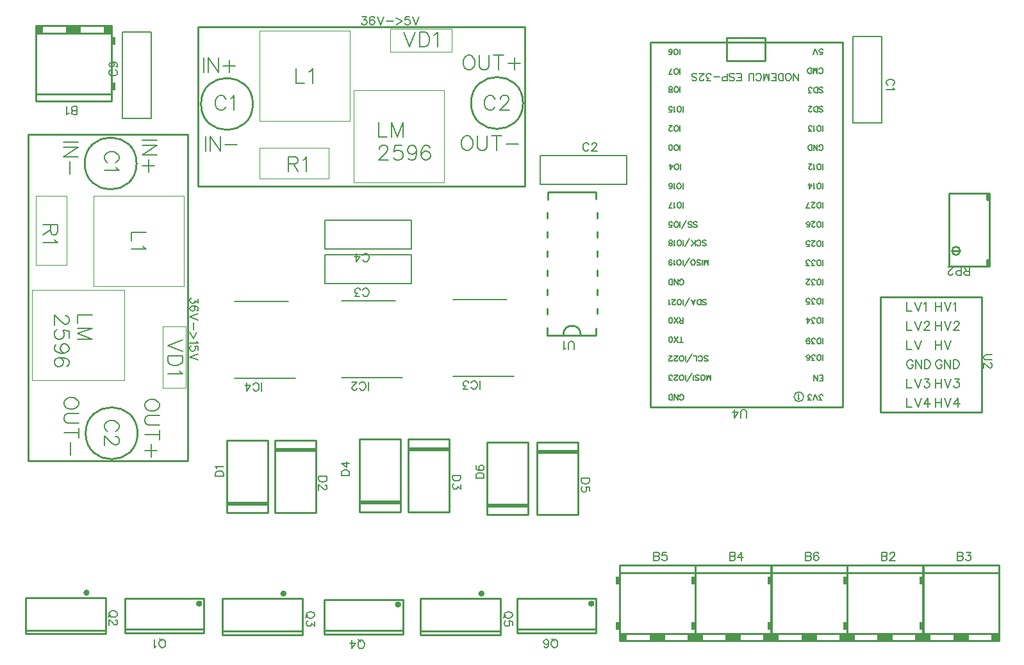
<source format=gto>
G04 Layer: TopSilkscreenLayer*
G04 EasyEDA v6.5.50, 2025-04-28 15:30:03*
G04 d29e8bbd84a64c809dbd0fd1d51e9294,1edd566ed00f4b82bd531d174b10065b,10*
G04 Gerber Generator version 0.2*
G04 Scale: 100 percent, Rotated: No, Reflected: No *
G04 Dimensions in millimeters *
G04 leading zeros omitted , absolute positions ,4 integer and 5 decimal *
%FSLAX45Y45*%
%MOMM*%

%ADD10C,0.1524*%
%ADD11C,0.2032*%
%ADD12C,0.2030*%
%ADD13C,0.1016*%
%ADD14C,0.2540*%
%ADD15C,0.2007*%
%ADD16C,0.1999*%
%ADD17C,0.4000*%
%ADD18C,0.2000*%
%ADD19C,0.0143*%

%LPD*%
D10*
X4569713Y-62484D02*
G01*
X4626863Y-62484D01*
X4595622Y-104139D01*
X4611370Y-104139D01*
X4621529Y-109220D01*
X4626863Y-114300D01*
X4631943Y-130047D01*
X4631943Y-140462D01*
X4626863Y-155955D01*
X4616450Y-166370D01*
X4600956Y-171450D01*
X4585208Y-171450D01*
X4569713Y-166370D01*
X4564379Y-161289D01*
X4559300Y-150876D01*
X4728718Y-77978D02*
G01*
X4723384Y-67563D01*
X4707890Y-62484D01*
X4697475Y-62484D01*
X4681981Y-67563D01*
X4671568Y-83312D01*
X4666234Y-109220D01*
X4666234Y-135128D01*
X4671568Y-155955D01*
X4681981Y-166370D01*
X4697475Y-171450D01*
X4702809Y-171450D01*
X4718304Y-166370D01*
X4728718Y-155955D01*
X4733797Y-140462D01*
X4733797Y-135128D01*
X4728718Y-119634D01*
X4718304Y-109220D01*
X4702809Y-104139D01*
X4697475Y-104139D01*
X4681981Y-109220D01*
X4671568Y-119634D01*
X4666234Y-135128D01*
X4768088Y-62484D02*
G01*
X4809743Y-171450D01*
X4851400Y-62484D02*
G01*
X4809743Y-171450D01*
X4885690Y-124713D02*
G01*
X4979161Y-124713D01*
X5013452Y-77978D02*
G01*
X5096509Y-124713D01*
X5013452Y-171450D01*
X5193029Y-62484D02*
G01*
X5141213Y-62484D01*
X5135879Y-109220D01*
X5141213Y-104139D01*
X5156708Y-98805D01*
X5172456Y-98805D01*
X5187950Y-104139D01*
X5198363Y-114300D01*
X5203443Y-130047D01*
X5203443Y-140462D01*
X5198363Y-155955D01*
X5187950Y-166370D01*
X5172456Y-171450D01*
X5156708Y-171450D01*
X5141213Y-166370D01*
X5135879Y-161289D01*
X5130800Y-150876D01*
X5237734Y-62484D02*
G01*
X5279390Y-171450D01*
X5321045Y-62484D02*
G01*
X5279390Y-171450D01*
D11*
X2767329Y-1154429D02*
G01*
X2758186Y-1136142D01*
X2739643Y-1117600D01*
X2721356Y-1108455D01*
X2684272Y-1108455D01*
X2665729Y-1117600D01*
X2647441Y-1136142D01*
X2638043Y-1154429D01*
X2628900Y-1182370D01*
X2628900Y-1228344D01*
X2638043Y-1256029D01*
X2647441Y-1274571D01*
X2665729Y-1293113D01*
X2684272Y-1302257D01*
X2721356Y-1302257D01*
X2739643Y-1293113D01*
X2758186Y-1274571D01*
X2767329Y-1256029D01*
X2828290Y-1145286D02*
G01*
X2846831Y-1136142D01*
X2874518Y-1108455D01*
X2874518Y-1302257D01*
X6323329Y-1154429D02*
G01*
X6314186Y-1136142D01*
X6295643Y-1117600D01*
X6277356Y-1108455D01*
X6240272Y-1108455D01*
X6221729Y-1117600D01*
X6203441Y-1136142D01*
X6194043Y-1154429D01*
X6184900Y-1182370D01*
X6184900Y-1228344D01*
X6194043Y-1256029D01*
X6203441Y-1274571D01*
X6221729Y-1293113D01*
X6240272Y-1302257D01*
X6277356Y-1302257D01*
X6295643Y-1293113D01*
X6314186Y-1274571D01*
X6323329Y-1256029D01*
X6393688Y-1154429D02*
G01*
X6393688Y-1145286D01*
X6402831Y-1126744D01*
X6412229Y-1117600D01*
X6430518Y-1108455D01*
X6467602Y-1108455D01*
X6485890Y-1117600D01*
X6495288Y-1126744D01*
X6504431Y-1145286D01*
X6504431Y-1163828D01*
X6495288Y-1182370D01*
X6476745Y-1210055D01*
X6384290Y-1302257D01*
X6513829Y-1302257D01*
X4787900Y-1464055D02*
G01*
X4787900Y-1657857D01*
X4787900Y-1657857D02*
G01*
X4898643Y-1657857D01*
X4959604Y-1464055D02*
G01*
X4959604Y-1657857D01*
X4959604Y-1464055D02*
G01*
X5033518Y-1657857D01*
X5107431Y-1464055D02*
G01*
X5033518Y-1657857D01*
X5107431Y-1464055D02*
G01*
X5107431Y-1657857D01*
X4797043Y-1814829D02*
G01*
X4797043Y-1805686D01*
X4806441Y-1787144D01*
X4815586Y-1778000D01*
X4834127Y-1768855D01*
X4870958Y-1768855D01*
X4889500Y-1778000D01*
X4898643Y-1787144D01*
X4908041Y-1805686D01*
X4908041Y-1824228D01*
X4898643Y-1842770D01*
X4880356Y-1870455D01*
X4787900Y-1962657D01*
X4917186Y-1962657D01*
X5088890Y-1768855D02*
G01*
X4996688Y-1768855D01*
X4987290Y-1851913D01*
X4996688Y-1842770D01*
X5024374Y-1833371D01*
X5052059Y-1833371D01*
X5079745Y-1842770D01*
X5098288Y-1861057D01*
X5107431Y-1888744D01*
X5107431Y-1907286D01*
X5098288Y-1934971D01*
X5079745Y-1953513D01*
X5052059Y-1962657D01*
X5024374Y-1962657D01*
X4996688Y-1953513D01*
X4987290Y-1944370D01*
X4978145Y-1925828D01*
X5288534Y-1833371D02*
G01*
X5279390Y-1861057D01*
X5260847Y-1879600D01*
X5233161Y-1888744D01*
X5223763Y-1888744D01*
X5196077Y-1879600D01*
X5177790Y-1861057D01*
X5168391Y-1833371D01*
X5168391Y-1824228D01*
X5177790Y-1796542D01*
X5196077Y-1778000D01*
X5223763Y-1768855D01*
X5233161Y-1768855D01*
X5260847Y-1778000D01*
X5279390Y-1796542D01*
X5288534Y-1833371D01*
X5288534Y-1879600D01*
X5279390Y-1925828D01*
X5260847Y-1953513D01*
X5233161Y-1962657D01*
X5214620Y-1962657D01*
X5186934Y-1953513D01*
X5177790Y-1934971D01*
X5460238Y-1796542D02*
G01*
X5451093Y-1778000D01*
X5423408Y-1768855D01*
X5404865Y-1768855D01*
X5377179Y-1778000D01*
X5358638Y-1805686D01*
X5349493Y-1851913D01*
X5349493Y-1898142D01*
X5358638Y-1934971D01*
X5377179Y-1953513D01*
X5404865Y-1962657D01*
X5414009Y-1962657D01*
X5441950Y-1953513D01*
X5460238Y-1934971D01*
X5469636Y-1907286D01*
X5469636Y-1898142D01*
X5460238Y-1870455D01*
X5441950Y-1851913D01*
X5414009Y-1842770D01*
X5404865Y-1842770D01*
X5377179Y-1851913D01*
X5358638Y-1870455D01*
X5349493Y-1898142D01*
X3695700Y-752855D02*
G01*
X3695700Y-946657D01*
X3695700Y-946657D02*
G01*
X3806443Y-946657D01*
X3867404Y-789686D02*
G01*
X3885945Y-780542D01*
X3913631Y-752855D01*
X3913631Y-946657D01*
X3594100Y-1921255D02*
G01*
X3594100Y-2115057D01*
X3594100Y-1921255D02*
G01*
X3677158Y-1921255D01*
X3704843Y-1930400D01*
X3714241Y-1939544D01*
X3723386Y-1958086D01*
X3723386Y-1976628D01*
X3714241Y-1995170D01*
X3704843Y-2004313D01*
X3677158Y-2013457D01*
X3594100Y-2013457D01*
X3658870Y-2013457D02*
G01*
X3723386Y-2115057D01*
X3784345Y-1958086D02*
G01*
X3802888Y-1948942D01*
X3830574Y-1921255D01*
X3830574Y-2115057D01*
X5118100Y-270255D02*
G01*
X5192013Y-464057D01*
X5265927Y-270255D02*
G01*
X5192013Y-464057D01*
X5326888Y-270255D02*
G01*
X5326888Y-464057D01*
X5326888Y-270255D02*
G01*
X5391404Y-270255D01*
X5419090Y-279400D01*
X5437631Y-297942D01*
X5447029Y-316229D01*
X5456174Y-344170D01*
X5456174Y-390144D01*
X5447029Y-417829D01*
X5437631Y-436371D01*
X5419090Y-454913D01*
X5391404Y-464057D01*
X5326888Y-464057D01*
X5517134Y-307086D02*
G01*
X5535675Y-297942D01*
X5563361Y-270255D01*
X5563361Y-464057D01*
X2501900Y-1651002D02*
G01*
X2501900Y-1844804D01*
X2562859Y-1651002D02*
G01*
X2562859Y-1844804D01*
X2562859Y-1651002D02*
G01*
X2692145Y-1844804D01*
X2692145Y-1651002D02*
G01*
X2692145Y-1844804D01*
X2753106Y-1761746D02*
G01*
X2919475Y-1761746D01*
X2476500Y-609602D02*
G01*
X2476500Y-803404D01*
X2537459Y-609602D02*
G01*
X2537459Y-803404D01*
X2537459Y-609602D02*
G01*
X2666745Y-803404D01*
X2666745Y-609602D02*
G01*
X2666745Y-803404D01*
X2810763Y-637288D02*
G01*
X2810763Y-803404D01*
X2727706Y-720346D02*
G01*
X2894075Y-720346D01*
X5935472Y-1641855D02*
G01*
X5916929Y-1651000D01*
X5898641Y-1669542D01*
X5889243Y-1687829D01*
X5880100Y-1715770D01*
X5880100Y-1761744D01*
X5889243Y-1789429D01*
X5898641Y-1807971D01*
X5916929Y-1826513D01*
X5935472Y-1835657D01*
X5972556Y-1835657D01*
X5990843Y-1826513D01*
X6009386Y-1807971D01*
X6018529Y-1789429D01*
X6027927Y-1761744D01*
X6027927Y-1715770D01*
X6018529Y-1687829D01*
X6009386Y-1669542D01*
X5990843Y-1651000D01*
X5972556Y-1641855D01*
X5935472Y-1641855D01*
X6088888Y-1641855D02*
G01*
X6088888Y-1780286D01*
X6098031Y-1807971D01*
X6116574Y-1826513D01*
X6144259Y-1835657D01*
X6162802Y-1835657D01*
X6190488Y-1826513D01*
X6209029Y-1807971D01*
X6218174Y-1780286D01*
X6218174Y-1641855D01*
X6343650Y-1641855D02*
G01*
X6343650Y-1835657D01*
X6279134Y-1641855D02*
G01*
X6408420Y-1641855D01*
X6469379Y-1752600D02*
G01*
X6635750Y-1752600D01*
X5960872Y-575055D02*
G01*
X5942329Y-584200D01*
X5924041Y-602742D01*
X5914643Y-621029D01*
X5905500Y-648970D01*
X5905500Y-694944D01*
X5914643Y-722629D01*
X5924041Y-741171D01*
X5942329Y-759713D01*
X5960872Y-768857D01*
X5997956Y-768857D01*
X6016243Y-759713D01*
X6034786Y-741171D01*
X6043929Y-722629D01*
X6053327Y-694944D01*
X6053327Y-648970D01*
X6043929Y-621029D01*
X6034786Y-602742D01*
X6016243Y-584200D01*
X5997956Y-575055D01*
X5960872Y-575055D01*
X6114288Y-575055D02*
G01*
X6114288Y-713486D01*
X6123431Y-741171D01*
X6141974Y-759713D01*
X6169659Y-768857D01*
X6188202Y-768857D01*
X6215888Y-759713D01*
X6234429Y-741171D01*
X6243574Y-713486D01*
X6243574Y-575055D01*
X6369050Y-575055D02*
G01*
X6369050Y-768857D01*
X6304534Y-575055D02*
G01*
X6433820Y-575055D01*
X6577838Y-602742D02*
G01*
X6577838Y-768857D01*
X6494779Y-685800D02*
G01*
X6661150Y-685800D01*
D10*
X2401315Y-3795013D02*
G01*
X2401315Y-3852163D01*
X2359659Y-3820921D01*
X2359659Y-3836670D01*
X2354579Y-3846829D01*
X2349500Y-3852163D01*
X2333752Y-3857244D01*
X2323338Y-3857244D01*
X2307843Y-3852163D01*
X2297429Y-3841750D01*
X2292350Y-3826255D01*
X2292350Y-3810507D01*
X2297429Y-3795013D01*
X2302509Y-3789679D01*
X2312924Y-3784600D01*
X2385822Y-3954018D02*
G01*
X2396236Y-3948684D01*
X2401315Y-3933189D01*
X2401315Y-3922776D01*
X2396236Y-3907281D01*
X2380488Y-3896868D01*
X2354579Y-3891534D01*
X2328672Y-3891534D01*
X2307843Y-3896868D01*
X2297429Y-3907281D01*
X2292350Y-3922776D01*
X2292350Y-3928110D01*
X2297429Y-3943604D01*
X2307843Y-3954018D01*
X2323338Y-3959097D01*
X2328672Y-3959097D01*
X2344165Y-3954018D01*
X2354579Y-3943604D01*
X2359659Y-3928110D01*
X2359659Y-3922776D01*
X2354579Y-3907281D01*
X2344165Y-3896868D01*
X2328672Y-3891534D01*
X2401315Y-3993387D02*
G01*
X2292350Y-4035044D01*
X2401315Y-4076700D02*
G01*
X2292350Y-4035044D01*
X2339086Y-4110989D02*
G01*
X2339086Y-4204462D01*
X2385822Y-4238752D02*
G01*
X2339086Y-4321810D01*
X2292350Y-4238752D01*
X2380488Y-4356100D02*
G01*
X2385822Y-4366513D01*
X2401315Y-4382007D01*
X2292350Y-4382007D01*
X2401315Y-4478781D02*
G01*
X2401315Y-4426712D01*
X2354579Y-4421631D01*
X2359659Y-4426712D01*
X2364993Y-4442460D01*
X2364993Y-4457954D01*
X2359659Y-4473447D01*
X2349500Y-4483862D01*
X2333752Y-4489195D01*
X2323338Y-4489195D01*
X2307843Y-4483862D01*
X2297429Y-4473447D01*
X2292350Y-4457954D01*
X2292350Y-4442460D01*
X2297429Y-4426712D01*
X2302509Y-4421631D01*
X2312924Y-4416297D01*
X2401315Y-4523486D02*
G01*
X2292350Y-4564887D01*
X2401315Y-4606544D02*
G01*
X2292350Y-4564887D01*
D11*
X1309370Y-1992629D02*
G01*
X1327657Y-1983486D01*
X1346200Y-1964944D01*
X1355344Y-1946655D01*
X1355344Y-1909571D01*
X1346200Y-1891029D01*
X1327657Y-1872742D01*
X1309370Y-1863344D01*
X1281429Y-1854200D01*
X1235455Y-1854200D01*
X1207770Y-1863344D01*
X1189228Y-1872742D01*
X1170686Y-1891029D01*
X1161542Y-1909571D01*
X1161542Y-1946655D01*
X1170686Y-1964944D01*
X1189228Y-1983486D01*
X1207770Y-1992629D01*
X1318513Y-2053589D02*
G01*
X1327657Y-2072131D01*
X1355344Y-2099818D01*
X1161542Y-2099818D01*
X1309370Y-5548629D02*
G01*
X1327657Y-5539486D01*
X1346200Y-5520944D01*
X1355344Y-5502655D01*
X1355344Y-5465571D01*
X1346200Y-5447029D01*
X1327657Y-5428742D01*
X1309370Y-5419344D01*
X1281429Y-5410200D01*
X1235455Y-5410200D01*
X1207770Y-5419344D01*
X1189228Y-5428742D01*
X1170686Y-5447029D01*
X1161542Y-5465571D01*
X1161542Y-5502655D01*
X1170686Y-5520944D01*
X1189228Y-5539486D01*
X1207770Y-5548629D01*
X1309370Y-5618987D02*
G01*
X1318513Y-5618987D01*
X1337055Y-5628131D01*
X1346200Y-5637529D01*
X1355344Y-5655818D01*
X1355344Y-5692902D01*
X1346200Y-5711189D01*
X1337055Y-5720587D01*
X1318513Y-5729731D01*
X1299971Y-5729731D01*
X1281429Y-5720587D01*
X1253744Y-5702045D01*
X1161542Y-5609589D01*
X1161542Y-5739129D01*
X999744Y-4013200D02*
G01*
X805942Y-4013200D01*
X805942Y-4013200D02*
G01*
X805942Y-4123944D01*
X999744Y-4184904D02*
G01*
X805942Y-4184904D01*
X999744Y-4184904D02*
G01*
X805942Y-4258818D01*
X999744Y-4332731D02*
G01*
X805942Y-4258818D01*
X999744Y-4332731D02*
G01*
X805942Y-4332731D01*
X648970Y-4022344D02*
G01*
X658113Y-4022344D01*
X676655Y-4031742D01*
X685800Y-4040886D01*
X694944Y-4059428D01*
X694944Y-4096257D01*
X685800Y-4114800D01*
X676655Y-4123944D01*
X658113Y-4133342D01*
X639571Y-4133342D01*
X621029Y-4123944D01*
X593344Y-4105655D01*
X501142Y-4013200D01*
X501142Y-4142486D01*
X694944Y-4314189D02*
G01*
X694944Y-4221987D01*
X611886Y-4212589D01*
X621029Y-4221987D01*
X630428Y-4249673D01*
X630428Y-4277360D01*
X621029Y-4305045D01*
X602742Y-4323587D01*
X575055Y-4332731D01*
X556513Y-4332731D01*
X528828Y-4323587D01*
X510286Y-4305045D01*
X501142Y-4277360D01*
X501142Y-4249673D01*
X510286Y-4221987D01*
X519429Y-4212589D01*
X537971Y-4203445D01*
X630428Y-4513834D02*
G01*
X602742Y-4504689D01*
X584200Y-4486147D01*
X575055Y-4458462D01*
X575055Y-4449063D01*
X584200Y-4421378D01*
X602742Y-4403089D01*
X630428Y-4393692D01*
X639571Y-4393692D01*
X667257Y-4403089D01*
X685800Y-4421378D01*
X694944Y-4449063D01*
X694944Y-4458462D01*
X685800Y-4486147D01*
X667257Y-4504689D01*
X630428Y-4513834D01*
X584200Y-4513834D01*
X537971Y-4504689D01*
X510286Y-4486147D01*
X501142Y-4458462D01*
X501142Y-4439920D01*
X510286Y-4412234D01*
X528828Y-4403089D01*
X667257Y-4685537D02*
G01*
X685800Y-4676394D01*
X694944Y-4648707D01*
X694944Y-4630165D01*
X685800Y-4602479D01*
X658113Y-4583937D01*
X611886Y-4574794D01*
X565657Y-4574794D01*
X528828Y-4583937D01*
X510286Y-4602479D01*
X501142Y-4630165D01*
X501142Y-4639310D01*
X510286Y-4667250D01*
X528828Y-4685537D01*
X556513Y-4694936D01*
X565657Y-4694936D01*
X593344Y-4685537D01*
X611886Y-4667250D01*
X621029Y-4639310D01*
X621029Y-4630165D01*
X611886Y-4602479D01*
X593344Y-4583937D01*
X565657Y-4574794D01*
X1710944Y-2921000D02*
G01*
X1517142Y-2921000D01*
X1517142Y-2921000D02*
G01*
X1517142Y-3031744D01*
X1674113Y-3092704D02*
G01*
X1683257Y-3111245D01*
X1710944Y-3138931D01*
X1517142Y-3138931D01*
X542544Y-2819400D02*
G01*
X348742Y-2819400D01*
X542544Y-2819400D02*
G01*
X542544Y-2902457D01*
X533400Y-2930144D01*
X524255Y-2939542D01*
X505713Y-2948686D01*
X487171Y-2948686D01*
X468629Y-2939542D01*
X459486Y-2930144D01*
X450342Y-2902457D01*
X450342Y-2819400D01*
X450342Y-2884170D02*
G01*
X348742Y-2948686D01*
X505713Y-3009645D02*
G01*
X514857Y-3028187D01*
X542544Y-3055873D01*
X348742Y-3055873D01*
X2193543Y-4343400D02*
G01*
X1999741Y-4417313D01*
X2193543Y-4491228D02*
G01*
X1999741Y-4417313D01*
X2193543Y-4552187D02*
G01*
X1999741Y-4552187D01*
X2193543Y-4552187D02*
G01*
X2193543Y-4616704D01*
X2184400Y-4644389D01*
X2165858Y-4662931D01*
X2147570Y-4672329D01*
X2119629Y-4681473D01*
X2073656Y-4681473D01*
X2045970Y-4672329D01*
X2027427Y-4662931D01*
X2008886Y-4644389D01*
X1999741Y-4616704D01*
X1999741Y-4552187D01*
X2156713Y-4742434D02*
G01*
X2165858Y-4760976D01*
X2193543Y-4788662D01*
X1999741Y-4788662D01*
X812797Y-1727200D02*
G01*
X618995Y-1727200D01*
X812797Y-1788160D02*
G01*
X618995Y-1788160D01*
X812797Y-1788160D02*
G01*
X618995Y-1917445D01*
X812797Y-1917445D02*
G01*
X618995Y-1917445D01*
X702053Y-1978405D02*
G01*
X702053Y-2144776D01*
X1854197Y-1701800D02*
G01*
X1660395Y-1701800D01*
X1854197Y-1762760D02*
G01*
X1660395Y-1762760D01*
X1854197Y-1762760D02*
G01*
X1660395Y-1892045D01*
X1854197Y-1892045D02*
G01*
X1660395Y-1892045D01*
X1826511Y-2036063D02*
G01*
X1660395Y-2036063D01*
X1743453Y-1953005D02*
G01*
X1743453Y-2119376D01*
X821944Y-5160771D02*
G01*
X812800Y-5142229D01*
X794257Y-5123942D01*
X775970Y-5114544D01*
X748029Y-5105400D01*
X702055Y-5105400D01*
X674370Y-5114544D01*
X655828Y-5123942D01*
X637286Y-5142229D01*
X628142Y-5160771D01*
X628142Y-5197855D01*
X637286Y-5216144D01*
X655828Y-5234686D01*
X674370Y-5243829D01*
X702055Y-5253228D01*
X748029Y-5253228D01*
X775970Y-5243829D01*
X794257Y-5234686D01*
X812800Y-5216144D01*
X821944Y-5197855D01*
X821944Y-5160771D01*
X821944Y-5314187D02*
G01*
X683513Y-5314187D01*
X655828Y-5323331D01*
X637286Y-5341873D01*
X628142Y-5369560D01*
X628142Y-5388102D01*
X637286Y-5415787D01*
X655828Y-5434329D01*
X683513Y-5443473D01*
X821944Y-5443473D01*
X821944Y-5568950D02*
G01*
X628142Y-5568950D01*
X821944Y-5504434D02*
G01*
X821944Y-5633720D01*
X711200Y-5694679D02*
G01*
X711200Y-5861050D01*
X1888744Y-5186171D02*
G01*
X1879600Y-5167629D01*
X1861057Y-5149342D01*
X1842770Y-5139944D01*
X1814829Y-5130800D01*
X1768855Y-5130800D01*
X1741170Y-5139944D01*
X1722628Y-5149342D01*
X1704086Y-5167629D01*
X1694942Y-5186171D01*
X1694942Y-5223255D01*
X1704086Y-5241544D01*
X1722628Y-5260086D01*
X1741170Y-5269229D01*
X1768855Y-5278628D01*
X1814829Y-5278628D01*
X1842770Y-5269229D01*
X1861057Y-5260086D01*
X1879600Y-5241544D01*
X1888744Y-5223255D01*
X1888744Y-5186171D01*
X1888744Y-5339587D02*
G01*
X1750313Y-5339587D01*
X1722628Y-5348731D01*
X1704086Y-5367273D01*
X1694942Y-5394960D01*
X1694942Y-5413502D01*
X1704086Y-5441187D01*
X1722628Y-5459729D01*
X1750313Y-5468873D01*
X1888744Y-5468873D01*
X1888744Y-5594350D02*
G01*
X1694942Y-5594350D01*
X1888744Y-5529834D02*
G01*
X1888744Y-5659120D01*
X1861057Y-5803137D02*
G01*
X1694942Y-5803137D01*
X1778000Y-5720079D02*
G01*
X1778000Y-5886450D01*
D10*
X800100Y-1359915D02*
G01*
X800100Y-1250950D01*
X800100Y-1359915D02*
G01*
X753363Y-1359915D01*
X737870Y-1354836D01*
X732536Y-1349502D01*
X727455Y-1339087D01*
X727455Y-1328673D01*
X732536Y-1318260D01*
X737870Y-1313179D01*
X753363Y-1308100D01*
X800100Y-1308100D02*
G01*
X753363Y-1308100D01*
X737870Y-1302765D01*
X732536Y-1297686D01*
X727455Y-1287271D01*
X727455Y-1271523D01*
X732536Y-1261110D01*
X737870Y-1256029D01*
X753363Y-1250950D01*
X800100Y-1250950D01*
X693165Y-1339087D02*
G01*
X682752Y-1344421D01*
X667004Y-1359915D01*
X667004Y-1250950D01*
X11430000Y-7149084D02*
G01*
X11430000Y-7258050D01*
X11430000Y-7149084D02*
G01*
X11476736Y-7149084D01*
X11492229Y-7154163D01*
X11497563Y-7159497D01*
X11502643Y-7169912D01*
X11502643Y-7180326D01*
X11497563Y-7190739D01*
X11492229Y-7195820D01*
X11476736Y-7200900D01*
X11430000Y-7200900D02*
G01*
X11476736Y-7200900D01*
X11492229Y-7206234D01*
X11497563Y-7211313D01*
X11502643Y-7221728D01*
X11502643Y-7237476D01*
X11497563Y-7247889D01*
X11492229Y-7252970D01*
X11476736Y-7258050D01*
X11430000Y-7258050D01*
X11542268Y-7174992D02*
G01*
X11542268Y-7169912D01*
X11547347Y-7159497D01*
X11552681Y-7154163D01*
X11563095Y-7149084D01*
X11583670Y-7149084D01*
X11594084Y-7154163D01*
X11599418Y-7159497D01*
X11604497Y-7169912D01*
X11604497Y-7180326D01*
X11599418Y-7190739D01*
X11589004Y-7206234D01*
X11536934Y-7258050D01*
X11609831Y-7258050D01*
X12433300Y-7149084D02*
G01*
X12433300Y-7258050D01*
X12433300Y-7149084D02*
G01*
X12480036Y-7149084D01*
X12495529Y-7154163D01*
X12500863Y-7159497D01*
X12505943Y-7169912D01*
X12505943Y-7180326D01*
X12500863Y-7190739D01*
X12495529Y-7195820D01*
X12480036Y-7200900D01*
X12433300Y-7200900D02*
G01*
X12480036Y-7200900D01*
X12495529Y-7206234D01*
X12500863Y-7211313D01*
X12505943Y-7221728D01*
X12505943Y-7237476D01*
X12500863Y-7247889D01*
X12495529Y-7252970D01*
X12480036Y-7258050D01*
X12433300Y-7258050D01*
X12550647Y-7149084D02*
G01*
X12607797Y-7149084D01*
X12576809Y-7190739D01*
X12592304Y-7190739D01*
X12602718Y-7195820D01*
X12607797Y-7200900D01*
X12613131Y-7216647D01*
X12613131Y-7227062D01*
X12607797Y-7242555D01*
X12597384Y-7252970D01*
X12581890Y-7258050D01*
X12566395Y-7258050D01*
X12550647Y-7252970D01*
X12545568Y-7247889D01*
X12540234Y-7237476D01*
X9423400Y-7149084D02*
G01*
X9423400Y-7258050D01*
X9423400Y-7149084D02*
G01*
X9470136Y-7149084D01*
X9485629Y-7154163D01*
X9490963Y-7159497D01*
X9496043Y-7169912D01*
X9496043Y-7180326D01*
X9490963Y-7190739D01*
X9485629Y-7195820D01*
X9470136Y-7200900D01*
X9423400Y-7200900D02*
G01*
X9470136Y-7200900D01*
X9485629Y-7206234D01*
X9490963Y-7211313D01*
X9496043Y-7221728D01*
X9496043Y-7237476D01*
X9490963Y-7247889D01*
X9485629Y-7252970D01*
X9470136Y-7258050D01*
X9423400Y-7258050D01*
X9582404Y-7149084D02*
G01*
X9530334Y-7221728D01*
X9608311Y-7221728D01*
X9582404Y-7149084D02*
G01*
X9582404Y-7258050D01*
X8420100Y-7149084D02*
G01*
X8420100Y-7258050D01*
X8420100Y-7149084D02*
G01*
X8466836Y-7149084D01*
X8482329Y-7154163D01*
X8487663Y-7159497D01*
X8492743Y-7169912D01*
X8492743Y-7180326D01*
X8487663Y-7190739D01*
X8482329Y-7195820D01*
X8466836Y-7200900D01*
X8420100Y-7200900D02*
G01*
X8466836Y-7200900D01*
X8482329Y-7206234D01*
X8487663Y-7211313D01*
X8492743Y-7221728D01*
X8492743Y-7237476D01*
X8487663Y-7247889D01*
X8482329Y-7252970D01*
X8466836Y-7258050D01*
X8420100Y-7258050D01*
X8589518Y-7149084D02*
G01*
X8537447Y-7149084D01*
X8532368Y-7195820D01*
X8537447Y-7190739D01*
X8553195Y-7185405D01*
X8568690Y-7185405D01*
X8584184Y-7190739D01*
X8594597Y-7200900D01*
X8599931Y-7216647D01*
X8599931Y-7227062D01*
X8594597Y-7242555D01*
X8584184Y-7252970D01*
X8568690Y-7258050D01*
X8553195Y-7258050D01*
X8537447Y-7252970D01*
X8532368Y-7247889D01*
X8527034Y-7237476D01*
X10426700Y-7149084D02*
G01*
X10426700Y-7258050D01*
X10426700Y-7149084D02*
G01*
X10473436Y-7149084D01*
X10488929Y-7154163D01*
X10494263Y-7159497D01*
X10499343Y-7169912D01*
X10499343Y-7180326D01*
X10494263Y-7190739D01*
X10488929Y-7195820D01*
X10473436Y-7200900D01*
X10426700Y-7200900D02*
G01*
X10473436Y-7200900D01*
X10488929Y-7206234D01*
X10494263Y-7211313D01*
X10499343Y-7221728D01*
X10499343Y-7237476D01*
X10494263Y-7247889D01*
X10488929Y-7252970D01*
X10473436Y-7258050D01*
X10426700Y-7258050D01*
X10596118Y-7164578D02*
G01*
X10590784Y-7154163D01*
X10575290Y-7149084D01*
X10564875Y-7149084D01*
X10549381Y-7154163D01*
X10538968Y-7169912D01*
X10533634Y-7195820D01*
X10533634Y-7221728D01*
X10538968Y-7242555D01*
X10549381Y-7252970D01*
X10564875Y-7258050D01*
X10570209Y-7258050D01*
X10585704Y-7252970D01*
X10596118Y-7242555D01*
X10601197Y-7227062D01*
X10601197Y-7221728D01*
X10596118Y-7206234D01*
X10585704Y-7195820D01*
X10570209Y-7190739D01*
X10564875Y-7190739D01*
X10549381Y-7195820D01*
X10538968Y-7206234D01*
X10533634Y-7221728D01*
X11576811Y-972057D02*
G01*
X11587225Y-966723D01*
X11597640Y-956310D01*
X11602720Y-946150D01*
X11602720Y-925321D01*
X11597640Y-914907D01*
X11587225Y-904494D01*
X11576811Y-899160D01*
X11561063Y-894079D01*
X11535156Y-894079D01*
X11519661Y-899160D01*
X11509247Y-904494D01*
X11498834Y-914907D01*
X11493754Y-925321D01*
X11493754Y-946150D01*
X11498834Y-956310D01*
X11509247Y-966723D01*
X11519661Y-972057D01*
X11581891Y-1006347D02*
G01*
X11587225Y-1016762D01*
X11602720Y-1032255D01*
X11493754Y-1032255D01*
X7563358Y-1758187D02*
G01*
X7558024Y-1747773D01*
X7547609Y-1737360D01*
X7537450Y-1732279D01*
X7516622Y-1732279D01*
X7506208Y-1737360D01*
X7495793Y-1747773D01*
X7490459Y-1758187D01*
X7485379Y-1773936D01*
X7485379Y-1799844D01*
X7490459Y-1815337D01*
X7495793Y-1825752D01*
X7506208Y-1836165D01*
X7516622Y-1841245D01*
X7537450Y-1841245D01*
X7547609Y-1836165D01*
X7558024Y-1825752D01*
X7563358Y-1815337D01*
X7602727Y-1758187D02*
G01*
X7602727Y-1753107D01*
X7608061Y-1742694D01*
X7613141Y-1737360D01*
X7623556Y-1732279D01*
X7644384Y-1732279D01*
X7654797Y-1737360D01*
X7659877Y-1742694D01*
X7665211Y-1753107D01*
X7665211Y-1763521D01*
X7659877Y-1773936D01*
X7649463Y-1789429D01*
X7597647Y-1841245D01*
X7670291Y-1841245D01*
X4577841Y-3739895D02*
G01*
X4583175Y-3750310D01*
X4593590Y-3760723D01*
X4603750Y-3765804D01*
X4624577Y-3765804D01*
X4634991Y-3760723D01*
X4645406Y-3750310D01*
X4650740Y-3739895D01*
X4655820Y-3724147D01*
X4655820Y-3698239D01*
X4650740Y-3682745D01*
X4645406Y-3672331D01*
X4634991Y-3661918D01*
X4624577Y-3656837D01*
X4603750Y-3656837D01*
X4593590Y-3661918D01*
X4583175Y-3672331D01*
X4577841Y-3682745D01*
X4533138Y-3765804D02*
G01*
X4475988Y-3765804D01*
X4507229Y-3724147D01*
X4491736Y-3724147D01*
X4481322Y-3719068D01*
X4475988Y-3713987D01*
X4470908Y-3698239D01*
X4470908Y-3687826D01*
X4475988Y-3672331D01*
X4486402Y-3661918D01*
X4502150Y-3656837D01*
X4517643Y-3656837D01*
X4533138Y-3661918D01*
X4538472Y-3666997D01*
X4543552Y-3677412D01*
X4577841Y-3283712D02*
G01*
X4583175Y-3294126D01*
X4593590Y-3304539D01*
X4603750Y-3309620D01*
X4624577Y-3309620D01*
X4634991Y-3304539D01*
X4645406Y-3294126D01*
X4650740Y-3283712D01*
X4655820Y-3267963D01*
X4655820Y-3242055D01*
X4650740Y-3226562D01*
X4645406Y-3216147D01*
X4634991Y-3205734D01*
X4624577Y-3200654D01*
X4603750Y-3200654D01*
X4593590Y-3205734D01*
X4583175Y-3216147D01*
X4577841Y-3226562D01*
X4491736Y-3309620D02*
G01*
X4543552Y-3236976D01*
X4465574Y-3236976D01*
X4491736Y-3309620D02*
G01*
X4491736Y-3200654D01*
X1250187Y-767842D02*
G01*
X1239773Y-773176D01*
X1229360Y-783589D01*
X1224279Y-793750D01*
X1224279Y-814578D01*
X1229360Y-824992D01*
X1239773Y-835405D01*
X1250187Y-840739D01*
X1265936Y-845820D01*
X1291844Y-845820D01*
X1307337Y-840739D01*
X1317752Y-835405D01*
X1328165Y-824992D01*
X1333245Y-814578D01*
X1333245Y-793750D01*
X1328165Y-783589D01*
X1317752Y-773176D01*
X1307337Y-767842D01*
X1260602Y-665987D02*
G01*
X1276095Y-671321D01*
X1286510Y-681736D01*
X1291844Y-697229D01*
X1291844Y-702310D01*
X1286510Y-718057D01*
X1276095Y-728471D01*
X1260602Y-733552D01*
X1255521Y-733552D01*
X1239773Y-728471D01*
X1229360Y-718057D01*
X1224279Y-702310D01*
X1224279Y-697229D01*
X1229360Y-681736D01*
X1239773Y-671321D01*
X1260602Y-665987D01*
X1286510Y-665987D01*
X1312671Y-671321D01*
X1328165Y-681736D01*
X1333245Y-697229D01*
X1333245Y-707644D01*
X1328165Y-723137D01*
X1317752Y-728471D01*
X2627884Y-6146800D02*
G01*
X2736850Y-6146800D01*
X2627884Y-6146800D02*
G01*
X2627884Y-6110478D01*
X2632963Y-6094729D01*
X2643377Y-6084570D01*
X2653791Y-6079236D01*
X2669540Y-6074155D01*
X2695447Y-6074155D01*
X2710941Y-6079236D01*
X2721356Y-6084570D01*
X2731770Y-6094729D01*
X2736850Y-6110478D01*
X2736850Y-6146800D01*
X2648711Y-6039865D02*
G01*
X2643377Y-6029452D01*
X2627884Y-6013704D01*
X2736850Y-6013704D01*
X4103115Y-6146800D02*
G01*
X3994150Y-6146800D01*
X4103115Y-6146800D02*
G01*
X4103115Y-6183121D01*
X4098036Y-6198870D01*
X4087622Y-6209029D01*
X4077208Y-6214363D01*
X4061459Y-6219444D01*
X4035552Y-6219444D01*
X4020058Y-6214363D01*
X4009643Y-6209029D01*
X3999229Y-6198870D01*
X3994150Y-6183121D01*
X3994150Y-6146800D01*
X4077208Y-6259068D02*
G01*
X4082288Y-6259068D01*
X4092702Y-6264147D01*
X4098036Y-6269481D01*
X4103115Y-6279895D01*
X4103115Y-6300470D01*
X4098036Y-6310884D01*
X4092702Y-6316218D01*
X4082288Y-6321297D01*
X4071874Y-6321297D01*
X4061459Y-6316218D01*
X4045965Y-6305804D01*
X3994150Y-6253734D01*
X3994150Y-6326631D01*
X5868415Y-6134100D02*
G01*
X5759450Y-6134100D01*
X5868415Y-6134100D02*
G01*
X5868415Y-6170421D01*
X5863336Y-6186170D01*
X5852922Y-6196329D01*
X5842508Y-6201663D01*
X5826759Y-6206744D01*
X5800852Y-6206744D01*
X5785358Y-6201663D01*
X5774943Y-6196329D01*
X5764529Y-6186170D01*
X5759450Y-6170421D01*
X5759450Y-6134100D01*
X5868415Y-6251447D02*
G01*
X5868415Y-6308597D01*
X5826759Y-6277610D01*
X5826759Y-6293104D01*
X5821679Y-6303518D01*
X5816600Y-6308597D01*
X5800852Y-6313931D01*
X5790438Y-6313931D01*
X5774943Y-6308597D01*
X5764529Y-6298184D01*
X5759450Y-6282689D01*
X5759450Y-6267195D01*
X5764529Y-6251447D01*
X5769609Y-6246368D01*
X5780024Y-6241034D01*
X4291584Y-6134100D02*
G01*
X4400550Y-6134100D01*
X4291584Y-6134100D02*
G01*
X4291584Y-6097778D01*
X4296663Y-6082029D01*
X4307077Y-6071870D01*
X4317491Y-6066536D01*
X4333240Y-6061455D01*
X4359147Y-6061455D01*
X4374641Y-6066536D01*
X4385056Y-6071870D01*
X4395470Y-6082029D01*
X4400550Y-6097778D01*
X4400550Y-6134100D01*
X4291584Y-5975095D02*
G01*
X4364227Y-6027165D01*
X4364227Y-5949187D01*
X4291584Y-5975095D02*
G01*
X4400550Y-5975095D01*
X7570215Y-6172200D02*
G01*
X7461250Y-6172200D01*
X7570215Y-6172200D02*
G01*
X7570215Y-6208521D01*
X7565136Y-6224270D01*
X7554722Y-6234429D01*
X7544308Y-6239763D01*
X7528559Y-6244844D01*
X7502652Y-6244844D01*
X7487158Y-6239763D01*
X7476743Y-6234429D01*
X7466329Y-6224270D01*
X7461250Y-6208521D01*
X7461250Y-6172200D01*
X7570215Y-6341618D02*
G01*
X7570215Y-6289547D01*
X7523479Y-6284468D01*
X7528559Y-6289547D01*
X7533893Y-6305295D01*
X7533893Y-6320789D01*
X7528559Y-6336284D01*
X7518400Y-6346697D01*
X7502652Y-6352031D01*
X7492238Y-6352031D01*
X7476743Y-6346697D01*
X7466329Y-6336284D01*
X7461250Y-6320789D01*
X7461250Y-6305295D01*
X7466329Y-6289547D01*
X7471409Y-6284468D01*
X7481824Y-6279134D01*
X6069584Y-6172200D02*
G01*
X6178550Y-6172200D01*
X6069584Y-6172200D02*
G01*
X6069584Y-6135878D01*
X6074663Y-6120129D01*
X6085077Y-6109970D01*
X6095491Y-6104636D01*
X6111240Y-6099555D01*
X6137147Y-6099555D01*
X6152641Y-6104636D01*
X6163056Y-6109970D01*
X6173470Y-6120129D01*
X6178550Y-6135878D01*
X6178550Y-6172200D01*
X6085077Y-6002781D02*
G01*
X6074663Y-6008115D01*
X6069584Y-6023610D01*
X6069584Y-6034023D01*
X6074663Y-6049518D01*
X6090411Y-6059931D01*
X6116320Y-6065265D01*
X6142227Y-6065265D01*
X6163056Y-6059931D01*
X6173470Y-6049518D01*
X6178550Y-6034023D01*
X6178550Y-6028689D01*
X6173470Y-6013195D01*
X6163056Y-6002781D01*
X6147561Y-5997702D01*
X6142227Y-5997702D01*
X6126734Y-6002781D01*
X6116320Y-6013195D01*
X6111240Y-6028689D01*
X6111240Y-6034023D01*
X6116320Y-6049518D01*
X6126734Y-6059931D01*
X6142227Y-6065265D01*
X4648200Y-5004815D02*
G01*
X4648200Y-4895850D01*
X4535931Y-4978907D02*
G01*
X4541265Y-4989321D01*
X4551679Y-4999736D01*
X4561840Y-5004815D01*
X4582668Y-5004815D01*
X4593081Y-4999736D01*
X4603495Y-4989321D01*
X4608829Y-4978907D01*
X4613909Y-4963160D01*
X4613909Y-4937252D01*
X4608829Y-4921757D01*
X4603495Y-4911344D01*
X4593081Y-4900929D01*
X4582668Y-4895850D01*
X4561840Y-4895850D01*
X4551679Y-4900929D01*
X4541265Y-4911344D01*
X4535931Y-4921757D01*
X4496561Y-4978907D02*
G01*
X4496561Y-4983987D01*
X4491227Y-4994402D01*
X4486147Y-4999736D01*
X4475734Y-5004815D01*
X4454906Y-5004815D01*
X4444491Y-4999736D01*
X4439411Y-4994402D01*
X4434077Y-4983987D01*
X4434077Y-4973573D01*
X4439411Y-4963160D01*
X4449825Y-4947665D01*
X4501641Y-4895850D01*
X4428997Y-4895850D01*
X6121400Y-4992115D02*
G01*
X6121400Y-4883150D01*
X6009131Y-4966207D02*
G01*
X6014465Y-4976621D01*
X6024879Y-4987036D01*
X6035040Y-4992115D01*
X6055868Y-4992115D01*
X6066281Y-4987036D01*
X6076695Y-4976621D01*
X6082029Y-4966207D01*
X6087109Y-4950460D01*
X6087109Y-4924552D01*
X6082029Y-4909057D01*
X6076695Y-4898644D01*
X6066281Y-4888229D01*
X6055868Y-4883150D01*
X6035040Y-4883150D01*
X6024879Y-4888229D01*
X6014465Y-4898644D01*
X6009131Y-4909057D01*
X5964427Y-4992115D02*
G01*
X5907277Y-4992115D01*
X5938520Y-4950460D01*
X5923025Y-4950460D01*
X5912611Y-4945379D01*
X5907277Y-4940300D01*
X5902197Y-4924552D01*
X5902197Y-4914137D01*
X5907277Y-4898644D01*
X5917691Y-4888229D01*
X5933440Y-4883150D01*
X5948934Y-4883150D01*
X5964427Y-4888229D01*
X5969761Y-4893310D01*
X5974841Y-4903723D01*
X3238500Y-5017515D02*
G01*
X3238500Y-4908550D01*
X3126231Y-4991607D02*
G01*
X3131565Y-5002021D01*
X3141979Y-5012436D01*
X3152140Y-5017515D01*
X3172968Y-5017515D01*
X3183381Y-5012436D01*
X3193795Y-5002021D01*
X3199129Y-4991607D01*
X3204209Y-4975860D01*
X3204209Y-4949952D01*
X3199129Y-4934457D01*
X3193795Y-4924044D01*
X3183381Y-4913629D01*
X3172968Y-4908550D01*
X3152140Y-4908550D01*
X3141979Y-4913629D01*
X3131565Y-4924044D01*
X3126231Y-4934457D01*
X3040125Y-5017515D02*
G01*
X3091941Y-4944871D01*
X3013963Y-4944871D01*
X3040125Y-5017515D02*
G01*
X3040125Y-4908550D01*
X1937258Y-8411210D02*
G01*
X1947672Y-8406129D01*
X1958086Y-8395715D01*
X1963420Y-8385302D01*
X1968500Y-8369554D01*
X1968500Y-8343645D01*
X1963420Y-8328152D01*
X1958086Y-8317737D01*
X1947672Y-8307323D01*
X1937258Y-8302244D01*
X1916429Y-8302244D01*
X1906270Y-8307323D01*
X1895855Y-8317737D01*
X1890521Y-8328152D01*
X1885442Y-8343645D01*
X1885442Y-8369554D01*
X1890521Y-8385302D01*
X1895855Y-8395715D01*
X1906270Y-8406129D01*
X1916429Y-8411210D01*
X1937258Y-8411210D01*
X1921763Y-8322818D02*
G01*
X1890521Y-8291829D01*
X1851152Y-8390381D02*
G01*
X1840737Y-8395715D01*
X1824989Y-8411210D01*
X1824989Y-8302244D01*
X4566158Y-8423910D02*
G01*
X4576572Y-8418829D01*
X4586986Y-8408415D01*
X4592320Y-8398002D01*
X4597400Y-8382254D01*
X4597400Y-8356345D01*
X4592320Y-8340852D01*
X4586986Y-8330437D01*
X4576572Y-8320023D01*
X4566158Y-8314944D01*
X4545329Y-8314944D01*
X4535170Y-8320023D01*
X4524756Y-8330437D01*
X4519422Y-8340852D01*
X4514341Y-8356345D01*
X4514341Y-8382254D01*
X4519422Y-8398002D01*
X4524756Y-8408415D01*
X4535170Y-8418829D01*
X4545329Y-8423910D01*
X4566158Y-8423910D01*
X4550663Y-8335518D02*
G01*
X4519422Y-8304529D01*
X4427981Y-8423910D02*
G01*
X4480052Y-8351265D01*
X4402074Y-8351265D01*
X4427981Y-8423910D02*
G01*
X4427981Y-8314944D01*
X7118858Y-8411210D02*
G01*
X7129272Y-8406129D01*
X7139686Y-8395715D01*
X7145020Y-8385302D01*
X7150100Y-8369554D01*
X7150100Y-8343645D01*
X7145020Y-8328152D01*
X7139686Y-8317737D01*
X7129272Y-8307323D01*
X7118858Y-8302244D01*
X7098029Y-8302244D01*
X7087870Y-8307323D01*
X7077456Y-8317737D01*
X7072122Y-8328152D01*
X7067041Y-8343645D01*
X7067041Y-8369554D01*
X7072122Y-8385302D01*
X7077456Y-8395715D01*
X7087870Y-8406129D01*
X7098029Y-8411210D01*
X7118858Y-8411210D01*
X7103363Y-8322818D02*
G01*
X7072122Y-8291829D01*
X6970268Y-8395715D02*
G01*
X6975602Y-8406129D01*
X6991095Y-8411210D01*
X7001509Y-8411210D01*
X7017004Y-8406129D01*
X7027418Y-8390381D01*
X7032752Y-8364473D01*
X7032752Y-8338565D01*
X7027418Y-8317737D01*
X7017004Y-8307323D01*
X7001509Y-8302244D01*
X6996429Y-8302244D01*
X6980681Y-8307323D01*
X6970268Y-8317737D01*
X6965188Y-8333231D01*
X6965188Y-8338565D01*
X6970268Y-8354060D01*
X6980681Y-8364473D01*
X6996429Y-8369554D01*
X7001509Y-8369554D01*
X7017004Y-8364473D01*
X7027418Y-8354060D01*
X7032752Y-8338565D01*
X1334515Y-7956042D02*
G01*
X1329436Y-7945628D01*
X1319021Y-7935213D01*
X1308607Y-7929879D01*
X1292860Y-7924800D01*
X1266952Y-7924800D01*
X1251457Y-7929879D01*
X1241044Y-7935213D01*
X1230629Y-7945628D01*
X1225550Y-7956042D01*
X1225550Y-7976870D01*
X1230629Y-7987029D01*
X1241044Y-7997444D01*
X1251457Y-8002778D01*
X1266952Y-8007858D01*
X1292860Y-8007858D01*
X1308607Y-8002778D01*
X1319021Y-7997444D01*
X1329436Y-7987029D01*
X1334515Y-7976870D01*
X1334515Y-7956042D01*
X1246123Y-7971536D02*
G01*
X1215136Y-8002778D01*
X1308607Y-8047481D02*
G01*
X1313687Y-8047481D01*
X1324102Y-8052562D01*
X1329436Y-8057895D01*
X1334515Y-8068310D01*
X1334515Y-8088884D01*
X1329436Y-8099297D01*
X1324102Y-8104631D01*
X1313687Y-8109712D01*
X1303273Y-8109712D01*
X1292860Y-8104631D01*
X1277365Y-8094218D01*
X1225550Y-8042147D01*
X1225550Y-8115045D01*
X3938015Y-7968742D02*
G01*
X3932936Y-7958328D01*
X3922522Y-7947913D01*
X3912108Y-7942579D01*
X3896359Y-7937500D01*
X3870452Y-7937500D01*
X3854958Y-7942579D01*
X3844543Y-7947913D01*
X3834129Y-7958328D01*
X3829050Y-7968742D01*
X3829050Y-7989570D01*
X3834129Y-7999729D01*
X3844543Y-8010144D01*
X3854958Y-8015478D01*
X3870452Y-8020558D01*
X3896359Y-8020558D01*
X3912108Y-8015478D01*
X3922522Y-8010144D01*
X3932936Y-7999729D01*
X3938015Y-7989570D01*
X3938015Y-7968742D01*
X3849624Y-7984236D02*
G01*
X3818636Y-8015478D01*
X3938015Y-8065262D02*
G01*
X3938015Y-8122412D01*
X3896359Y-8091170D01*
X3896359Y-8106918D01*
X3891279Y-8117331D01*
X3886200Y-8122412D01*
X3870452Y-8127745D01*
X3860038Y-8127745D01*
X3844543Y-8122412D01*
X3834129Y-8111997D01*
X3829050Y-8096504D01*
X3829050Y-8081010D01*
X3834129Y-8065262D01*
X3839209Y-8060181D01*
X3849624Y-8054847D01*
X6554215Y-7968742D02*
G01*
X6549136Y-7958328D01*
X6538722Y-7947913D01*
X6528308Y-7942579D01*
X6512559Y-7937500D01*
X6486652Y-7937500D01*
X6471158Y-7942579D01*
X6460743Y-7947913D01*
X6450329Y-7958328D01*
X6445250Y-7968742D01*
X6445250Y-7989570D01*
X6450329Y-7999729D01*
X6460743Y-8010144D01*
X6471158Y-8015478D01*
X6486652Y-8020558D01*
X6512559Y-8020558D01*
X6528308Y-8015478D01*
X6538722Y-8010144D01*
X6549136Y-7999729D01*
X6554215Y-7989570D01*
X6554215Y-7968742D01*
X6465824Y-7984236D02*
G01*
X6434836Y-8015478D01*
X6554215Y-8117331D02*
G01*
X6554215Y-8065262D01*
X6507479Y-8060181D01*
X6512559Y-8065262D01*
X6517893Y-8081010D01*
X6517893Y-8096504D01*
X6512559Y-8111997D01*
X6502400Y-8122412D01*
X6486652Y-8127745D01*
X6476238Y-8127745D01*
X6460743Y-8122412D01*
X6450329Y-8111997D01*
X6445250Y-8096504D01*
X6445250Y-8081010D01*
X6450329Y-8065262D01*
X6455409Y-8060181D01*
X6465824Y-8054847D01*
X12592400Y-3481831D02*
G01*
X12592400Y-3372865D01*
X12592400Y-3481831D02*
G01*
X12545664Y-3481831D01*
X12530170Y-3476752D01*
X12524836Y-3471418D01*
X12519756Y-3461004D01*
X12519756Y-3450589D01*
X12524836Y-3440176D01*
X12530170Y-3435095D01*
X12545664Y-3430015D01*
X12592400Y-3430015D01*
X12556078Y-3430015D02*
G01*
X12519756Y-3372865D01*
X12485466Y-3481831D02*
G01*
X12485466Y-3372865D01*
X12485466Y-3481831D02*
G01*
X12438730Y-3481831D01*
X12422982Y-3476752D01*
X12417902Y-3471418D01*
X12412568Y-3461004D01*
X12412568Y-3445510D01*
X12417902Y-3435095D01*
X12422982Y-3430015D01*
X12438730Y-3424681D01*
X12485466Y-3424681D01*
X12373198Y-3455923D02*
G01*
X12373198Y-3461004D01*
X12367864Y-3471418D01*
X12362784Y-3476752D01*
X12352370Y-3481831D01*
X12331542Y-3481831D01*
X12321128Y-3476752D01*
X12316048Y-3471418D01*
X12310714Y-3461004D01*
X12310714Y-3450589D01*
X12316048Y-3440176D01*
X12326462Y-3424681D01*
X12378278Y-3372865D01*
X12305634Y-3372865D01*
X7369472Y-4467908D02*
G01*
X7369472Y-4389930D01*
X7364392Y-4374436D01*
X7353978Y-4364022D01*
X7338230Y-4358942D01*
X7327816Y-4358942D01*
X7312322Y-4364022D01*
X7301908Y-4374436D01*
X7296828Y-4389930D01*
X7296828Y-4467908D01*
X7262538Y-4447080D02*
G01*
X7252124Y-4452414D01*
X7236376Y-4467908D01*
X7236376Y-4358942D01*
X12891515Y-4533900D02*
G01*
X12813538Y-4533900D01*
X12798043Y-4538979D01*
X12787629Y-4549394D01*
X12782550Y-4565142D01*
X12782550Y-4575555D01*
X12787629Y-4591050D01*
X12798043Y-4601463D01*
X12813538Y-4606544D01*
X12891515Y-4606544D01*
X12865608Y-4646168D02*
G01*
X12870688Y-4646168D01*
X12881102Y-4651247D01*
X12886436Y-4656581D01*
X12891515Y-4666995D01*
X12891515Y-4687570D01*
X12886436Y-4697984D01*
X12881102Y-4703318D01*
X12870688Y-4708397D01*
X12860274Y-4708397D01*
X12849859Y-4703318D01*
X12834365Y-4692904D01*
X12782550Y-4640834D01*
X12782550Y-4713731D01*
D12*
X11766567Y-5111229D02*
G01*
X11766567Y-5225783D01*
X11766567Y-5225783D02*
G01*
X11832099Y-5225783D01*
X11867913Y-5111229D02*
G01*
X11911601Y-5225783D01*
X11955289Y-5111229D02*
G01*
X11911601Y-5225783D01*
X12045713Y-5111229D02*
G01*
X11991357Y-5187683D01*
X12073145Y-5187683D01*
X12045713Y-5111229D02*
G01*
X12045713Y-5225783D01*
X11766567Y-4857229D02*
G01*
X11766567Y-4971783D01*
X11766567Y-4971783D02*
G01*
X11832099Y-4971783D01*
X11867913Y-4857229D02*
G01*
X11911601Y-4971783D01*
X11955289Y-4857229D02*
G01*
X11911601Y-4971783D01*
X12002279Y-4857229D02*
G01*
X12062223Y-4857229D01*
X12029457Y-4900917D01*
X12045713Y-4900917D01*
X12056635Y-4906505D01*
X12062223Y-4911839D01*
X12067557Y-4928095D01*
X12067557Y-4939017D01*
X12062223Y-4955527D01*
X12051301Y-4966449D01*
X12034791Y-4971783D01*
X12018535Y-4971783D01*
X12002279Y-4966449D01*
X11996691Y-4960861D01*
X11991357Y-4949939D01*
X11848355Y-4630661D02*
G01*
X11843021Y-4619739D01*
X11832099Y-4608817D01*
X11821177Y-4603229D01*
X11799333Y-4603229D01*
X11788411Y-4608817D01*
X11777489Y-4619739D01*
X11771901Y-4630661D01*
X11766567Y-4646917D01*
X11766567Y-4674095D01*
X11771901Y-4690605D01*
X11777489Y-4701527D01*
X11788411Y-4712449D01*
X11799333Y-4717783D01*
X11821177Y-4717783D01*
X11832099Y-4712449D01*
X11843021Y-4701527D01*
X11848355Y-4690605D01*
X11848355Y-4674095D01*
X11821177Y-4674095D02*
G01*
X11848355Y-4674095D01*
X11884423Y-4603229D02*
G01*
X11884423Y-4717783D01*
X11884423Y-4603229D02*
G01*
X11960623Y-4717783D01*
X11960623Y-4603229D02*
G01*
X11960623Y-4717783D01*
X11996691Y-4603229D02*
G01*
X11996691Y-4717783D01*
X11996691Y-4603229D02*
G01*
X12034791Y-4603229D01*
X12051301Y-4608817D01*
X12062223Y-4619739D01*
X12067557Y-4630661D01*
X12073145Y-4646917D01*
X12073145Y-4674095D01*
X12067557Y-4690605D01*
X12062223Y-4701527D01*
X12051301Y-4712449D01*
X12034791Y-4717783D01*
X11996691Y-4717783D01*
X11766567Y-4349229D02*
G01*
X11766567Y-4463783D01*
X11766567Y-4463783D02*
G01*
X11832099Y-4463783D01*
X11867913Y-4349229D02*
G01*
X11911601Y-4463783D01*
X11955289Y-4349229D02*
G01*
X11911601Y-4463783D01*
X11766567Y-4095229D02*
G01*
X11766567Y-4209783D01*
X11766567Y-4209783D02*
G01*
X11832099Y-4209783D01*
X11867913Y-4095229D02*
G01*
X11911601Y-4209783D01*
X11955289Y-4095229D02*
G01*
X11911601Y-4209783D01*
X11996691Y-4122661D02*
G01*
X11996691Y-4117073D01*
X12002279Y-4106151D01*
X12007613Y-4100817D01*
X12018535Y-4095229D01*
X12040379Y-4095229D01*
X12051301Y-4100817D01*
X12056635Y-4106151D01*
X12062223Y-4117073D01*
X12062223Y-4127995D01*
X12056635Y-4138917D01*
X12045713Y-4155427D01*
X11991357Y-4209783D01*
X12067557Y-4209783D01*
X11766565Y-3841231D02*
G01*
X11766565Y-3955785D01*
X11766565Y-3955785D02*
G01*
X11832097Y-3955785D01*
X11867911Y-3841231D02*
G01*
X11911599Y-3955785D01*
X11955287Y-3841231D02*
G01*
X11911599Y-3955785D01*
X11991355Y-3863075D02*
G01*
X12002277Y-3857741D01*
X12018533Y-3841231D01*
X12018533Y-3955785D01*
X12147567Y-5111229D02*
G01*
X12147567Y-5225783D01*
X12224021Y-5111229D02*
G01*
X12224021Y-5225783D01*
X12147567Y-5165839D02*
G01*
X12224021Y-5165839D01*
X12259835Y-5111229D02*
G01*
X12303523Y-5225783D01*
X12347211Y-5111229D02*
G01*
X12303523Y-5225783D01*
X12437635Y-5111229D02*
G01*
X12383279Y-5187683D01*
X12465067Y-5187683D01*
X12437635Y-5111229D02*
G01*
X12437635Y-5225783D01*
X12147567Y-4857229D02*
G01*
X12147567Y-4971783D01*
X12224021Y-4857229D02*
G01*
X12224021Y-4971783D01*
X12147567Y-4911839D02*
G01*
X12224021Y-4911839D01*
X12259835Y-4857229D02*
G01*
X12303523Y-4971783D01*
X12347211Y-4857229D02*
G01*
X12303523Y-4971783D01*
X12394201Y-4857229D02*
G01*
X12454145Y-4857229D01*
X12421379Y-4900917D01*
X12437635Y-4900917D01*
X12448557Y-4906505D01*
X12454145Y-4911839D01*
X12459479Y-4928095D01*
X12459479Y-4939017D01*
X12454145Y-4955527D01*
X12443223Y-4966449D01*
X12426713Y-4971783D01*
X12410457Y-4971783D01*
X12394201Y-4966449D01*
X12388613Y-4960861D01*
X12383279Y-4949939D01*
X12229355Y-4630661D02*
G01*
X12224021Y-4619739D01*
X12213099Y-4608817D01*
X12202177Y-4603229D01*
X12180333Y-4603229D01*
X12169411Y-4608817D01*
X12158489Y-4619739D01*
X12152901Y-4630661D01*
X12147567Y-4646917D01*
X12147567Y-4674095D01*
X12152901Y-4690605D01*
X12158489Y-4701527D01*
X12169411Y-4712449D01*
X12180333Y-4717783D01*
X12202177Y-4717783D01*
X12213099Y-4712449D01*
X12224021Y-4701527D01*
X12229355Y-4690605D01*
X12229355Y-4674095D01*
X12202177Y-4674095D02*
G01*
X12229355Y-4674095D01*
X12265423Y-4603229D02*
G01*
X12265423Y-4717783D01*
X12265423Y-4603229D02*
G01*
X12341623Y-4717783D01*
X12341623Y-4603229D02*
G01*
X12341623Y-4717783D01*
X12377691Y-4603229D02*
G01*
X12377691Y-4717783D01*
X12377691Y-4603229D02*
G01*
X12415791Y-4603229D01*
X12432301Y-4608817D01*
X12443223Y-4619739D01*
X12448557Y-4630661D01*
X12454145Y-4646917D01*
X12454145Y-4674095D01*
X12448557Y-4690605D01*
X12443223Y-4701527D01*
X12432301Y-4712449D01*
X12415791Y-4717783D01*
X12377691Y-4717783D01*
X12147567Y-4349229D02*
G01*
X12147567Y-4463783D01*
X12224021Y-4349229D02*
G01*
X12224021Y-4463783D01*
X12147567Y-4403839D02*
G01*
X12224021Y-4403839D01*
X12259835Y-4349229D02*
G01*
X12303523Y-4463783D01*
X12347211Y-4349229D02*
G01*
X12303523Y-4463783D01*
X12147506Y-3841381D02*
G01*
X12147506Y-3955935D01*
X12223960Y-3841381D02*
G01*
X12223960Y-3955935D01*
X12147506Y-3895737D02*
G01*
X12223960Y-3895737D01*
X12260028Y-3841381D02*
G01*
X12303462Y-3955935D01*
X12347150Y-3841381D02*
G01*
X12303462Y-3955935D01*
X12383218Y-3863225D02*
G01*
X12394140Y-3857637D01*
X12410396Y-3841381D01*
X12410396Y-3955935D01*
X12147567Y-4095229D02*
G01*
X12147567Y-4209783D01*
X12224021Y-4095229D02*
G01*
X12224021Y-4209783D01*
X12147567Y-4149839D02*
G01*
X12224021Y-4149839D01*
X12259835Y-4095229D02*
G01*
X12303523Y-4209783D01*
X12347211Y-4095229D02*
G01*
X12303523Y-4209783D01*
X12388613Y-4122661D02*
G01*
X12388613Y-4117073D01*
X12394201Y-4106151D01*
X12399535Y-4100817D01*
X12410457Y-4095229D01*
X12432301Y-4095229D01*
X12443223Y-4100817D01*
X12448557Y-4106151D01*
X12454145Y-4117073D01*
X12454145Y-4127995D01*
X12448557Y-4138917D01*
X12437635Y-4155427D01*
X12383279Y-4209783D01*
X12459479Y-4209783D01*
D10*
X9644379Y-5369534D02*
G01*
X9644379Y-5291556D01*
X9639300Y-5276062D01*
X9628886Y-5265648D01*
X9613138Y-5260568D01*
X9602724Y-5260568D01*
X9587229Y-5265648D01*
X9576815Y-5276062D01*
X9571736Y-5291556D01*
X9571736Y-5369534D01*
X9485375Y-5369534D02*
G01*
X9537445Y-5296890D01*
X9459468Y-5296890D01*
X9485375Y-5369534D02*
G01*
X9485375Y-5260568D01*
X10606786Y-1313954D02*
G01*
X10613643Y-1320812D01*
X10624058Y-1324368D01*
X10638027Y-1324368D01*
X10648441Y-1320812D01*
X10655300Y-1313954D01*
X10655300Y-1306842D01*
X10651743Y-1299984D01*
X10648441Y-1296682D01*
X10641329Y-1293126D01*
X10620756Y-1286268D01*
X10613643Y-1282712D01*
X10610341Y-1279156D01*
X10606786Y-1272298D01*
X10606786Y-1261884D01*
X10613643Y-1255026D01*
X10624058Y-1251470D01*
X10638027Y-1251470D01*
X10648441Y-1255026D01*
X10655300Y-1261884D01*
X10583925Y-1324368D02*
G01*
X10583925Y-1251470D01*
X10583925Y-1324368D02*
G01*
X10559795Y-1324368D01*
X10549381Y-1320812D01*
X10542270Y-1313954D01*
X10538968Y-1306842D01*
X10535411Y-1296682D01*
X10535411Y-1279156D01*
X10538968Y-1268742D01*
X10542270Y-1261884D01*
X10549381Y-1255026D01*
X10559795Y-1251470D01*
X10583925Y-1251470D01*
X10509250Y-1306842D02*
G01*
X10509250Y-1310398D01*
X10505693Y-1317256D01*
X10502138Y-1320812D01*
X10495279Y-1324368D01*
X10481309Y-1324368D01*
X10474452Y-1320812D01*
X10471150Y-1317256D01*
X10467593Y-1310398D01*
X10467593Y-1303540D01*
X10471150Y-1296682D01*
X10478008Y-1286268D01*
X10512552Y-1251470D01*
X10464038Y-1251470D01*
X10655300Y-1578368D02*
G01*
X10655300Y-1505470D01*
X10611611Y-1578368D02*
G01*
X10618470Y-1574812D01*
X10625581Y-1567954D01*
X10628884Y-1560842D01*
X10632440Y-1550682D01*
X10632440Y-1533156D01*
X10628884Y-1522742D01*
X10625581Y-1515884D01*
X10618470Y-1509026D01*
X10611611Y-1505470D01*
X10597895Y-1505470D01*
X10590784Y-1509026D01*
X10583925Y-1515884D01*
X10580370Y-1522742D01*
X10577068Y-1533156D01*
X10577068Y-1550682D01*
X10580370Y-1560842D01*
X10583925Y-1567954D01*
X10590784Y-1574812D01*
X10597895Y-1578368D01*
X10611611Y-1578368D01*
X10554208Y-1564398D02*
G01*
X10547350Y-1567954D01*
X10536936Y-1578368D01*
X10536936Y-1505470D01*
X10506963Y-1578368D02*
G01*
X10468863Y-1578368D01*
X10489691Y-1550682D01*
X10479277Y-1550682D01*
X10472420Y-1547126D01*
X10468863Y-1543570D01*
X10465561Y-1533156D01*
X10465561Y-1526298D01*
X10468863Y-1515884D01*
X10475975Y-1509026D01*
X10486390Y-1505470D01*
X10496550Y-1505470D01*
X10506963Y-1509026D01*
X10510520Y-1512582D01*
X10514075Y-1519440D01*
X10603229Y-1814842D02*
G01*
X10606786Y-1821954D01*
X10613643Y-1828812D01*
X10620756Y-1832368D01*
X10634472Y-1832368D01*
X10641329Y-1828812D01*
X10648441Y-1821954D01*
X10651743Y-1814842D01*
X10655300Y-1804682D01*
X10655300Y-1787156D01*
X10651743Y-1776742D01*
X10648441Y-1769884D01*
X10641329Y-1763026D01*
X10634472Y-1759470D01*
X10620756Y-1759470D01*
X10613643Y-1763026D01*
X10606786Y-1769884D01*
X10603229Y-1776742D01*
X10603229Y-1787156D01*
X10620756Y-1787156D02*
G01*
X10603229Y-1787156D01*
X10580370Y-1832368D02*
G01*
X10580370Y-1759470D01*
X10580370Y-1832368D02*
G01*
X10532109Y-1759470D01*
X10532109Y-1832368D02*
G01*
X10532109Y-1759470D01*
X10509250Y-1832368D02*
G01*
X10509250Y-1759470D01*
X10509250Y-1832368D02*
G01*
X10484865Y-1832368D01*
X10474452Y-1828812D01*
X10467593Y-1821954D01*
X10464038Y-1814842D01*
X10460736Y-1804682D01*
X10460736Y-1787156D01*
X10464038Y-1776742D01*
X10467593Y-1769884D01*
X10474452Y-1763026D01*
X10484865Y-1759470D01*
X10509250Y-1759470D01*
X10655300Y-2086368D02*
G01*
X10655300Y-2013470D01*
X10611611Y-2086368D02*
G01*
X10618470Y-2082812D01*
X10625581Y-2075954D01*
X10628884Y-2068842D01*
X10632440Y-2058682D01*
X10632440Y-2041156D01*
X10628884Y-2030742D01*
X10625581Y-2023884D01*
X10618470Y-2017026D01*
X10611611Y-2013470D01*
X10597895Y-2013470D01*
X10590784Y-2017026D01*
X10583925Y-2023884D01*
X10580370Y-2030742D01*
X10577068Y-2041156D01*
X10577068Y-2058682D01*
X10580370Y-2068842D01*
X10583925Y-2075954D01*
X10590784Y-2082812D01*
X10597895Y-2086368D01*
X10611611Y-2086368D01*
X10554208Y-2072398D02*
G01*
X10547350Y-2075954D01*
X10536936Y-2086368D01*
X10536936Y-2013470D01*
X10510520Y-2068842D02*
G01*
X10510520Y-2072398D01*
X10506963Y-2079256D01*
X10503661Y-2082812D01*
X10496550Y-2086368D01*
X10482834Y-2086368D01*
X10475975Y-2082812D01*
X10472420Y-2079256D01*
X10468863Y-2072398D01*
X10468863Y-2065540D01*
X10472420Y-2058682D01*
X10479277Y-2048268D01*
X10514075Y-2013470D01*
X10465561Y-2013470D01*
X10655300Y-2340368D02*
G01*
X10655300Y-2267470D01*
X10611611Y-2340368D02*
G01*
X10618470Y-2336812D01*
X10625581Y-2329954D01*
X10628884Y-2322842D01*
X10632440Y-2312682D01*
X10632440Y-2295156D01*
X10628884Y-2284742D01*
X10625581Y-2277884D01*
X10618470Y-2271026D01*
X10611611Y-2267470D01*
X10597895Y-2267470D01*
X10590784Y-2271026D01*
X10583925Y-2277884D01*
X10580370Y-2284742D01*
X10577068Y-2295156D01*
X10577068Y-2312682D01*
X10580370Y-2322842D01*
X10583925Y-2329954D01*
X10590784Y-2336812D01*
X10597895Y-2340368D01*
X10611611Y-2340368D01*
X10554208Y-2326398D02*
G01*
X10547350Y-2329954D01*
X10536936Y-2340368D01*
X10536936Y-2267470D01*
X10479277Y-2340368D02*
G01*
X10514075Y-2291854D01*
X10462006Y-2291854D01*
X10479277Y-2340368D02*
G01*
X10479277Y-2267470D01*
X10655300Y-2594368D02*
G01*
X10655300Y-2521470D01*
X10611611Y-2594368D02*
G01*
X10618470Y-2590812D01*
X10625581Y-2583954D01*
X10628884Y-2576842D01*
X10632440Y-2566682D01*
X10632440Y-2549156D01*
X10628884Y-2538742D01*
X10625581Y-2531884D01*
X10618470Y-2525026D01*
X10611611Y-2521470D01*
X10597895Y-2521470D01*
X10590784Y-2525026D01*
X10583925Y-2531884D01*
X10580370Y-2538742D01*
X10577068Y-2549156D01*
X10577068Y-2566682D01*
X10580370Y-2576842D01*
X10583925Y-2583954D01*
X10590784Y-2590812D01*
X10597895Y-2594368D01*
X10611611Y-2594368D01*
X10550652Y-2576842D02*
G01*
X10550652Y-2580398D01*
X10547350Y-2587256D01*
X10543793Y-2590812D01*
X10536936Y-2594368D01*
X10522965Y-2594368D01*
X10516108Y-2590812D01*
X10512552Y-2587256D01*
X10509250Y-2580398D01*
X10509250Y-2573540D01*
X10512552Y-2566682D01*
X10519409Y-2556268D01*
X10554208Y-2521470D01*
X10505693Y-2521470D01*
X10434320Y-2594368D02*
G01*
X10468863Y-2521470D01*
X10482834Y-2594368D02*
G01*
X10434320Y-2594368D01*
X10655300Y-2848368D02*
G01*
X10655300Y-2775470D01*
X10611611Y-2848368D02*
G01*
X10618470Y-2844812D01*
X10625581Y-2837954D01*
X10628884Y-2830842D01*
X10632440Y-2820682D01*
X10632440Y-2803156D01*
X10628884Y-2792742D01*
X10625581Y-2785884D01*
X10618470Y-2779026D01*
X10611611Y-2775470D01*
X10597895Y-2775470D01*
X10590784Y-2779026D01*
X10583925Y-2785884D01*
X10580370Y-2792742D01*
X10577068Y-2803156D01*
X10577068Y-2820682D01*
X10580370Y-2830842D01*
X10583925Y-2837954D01*
X10590784Y-2844812D01*
X10597895Y-2848368D01*
X10611611Y-2848368D01*
X10550652Y-2830842D02*
G01*
X10550652Y-2834398D01*
X10547350Y-2841256D01*
X10543793Y-2844812D01*
X10536936Y-2848368D01*
X10522965Y-2848368D01*
X10516108Y-2844812D01*
X10512552Y-2841256D01*
X10509250Y-2834398D01*
X10509250Y-2827540D01*
X10512552Y-2820682D01*
X10519409Y-2810268D01*
X10554208Y-2775470D01*
X10505693Y-2775470D01*
X10441177Y-2837954D02*
G01*
X10444734Y-2844812D01*
X10455147Y-2848368D01*
X10462006Y-2848368D01*
X10472420Y-2844812D01*
X10479277Y-2834398D01*
X10482834Y-2817126D01*
X10482834Y-2799854D01*
X10479277Y-2785884D01*
X10472420Y-2779026D01*
X10462006Y-2775470D01*
X10458450Y-2775470D01*
X10448290Y-2779026D01*
X10441177Y-2785884D01*
X10437875Y-2796298D01*
X10437875Y-2799854D01*
X10441177Y-2810268D01*
X10448290Y-2817126D01*
X10458450Y-2820682D01*
X10462006Y-2820682D01*
X10472420Y-2817126D01*
X10479277Y-2810268D01*
X10482834Y-2799854D01*
X10655300Y-3102368D02*
G01*
X10655300Y-3029470D01*
X10611611Y-3102368D02*
G01*
X10618470Y-3098812D01*
X10625581Y-3091954D01*
X10628884Y-3084842D01*
X10632440Y-3074682D01*
X10632440Y-3057156D01*
X10628884Y-3046742D01*
X10625581Y-3039884D01*
X10618470Y-3033026D01*
X10611611Y-3029470D01*
X10597895Y-3029470D01*
X10590784Y-3033026D01*
X10583925Y-3039884D01*
X10580370Y-3046742D01*
X10577068Y-3057156D01*
X10577068Y-3074682D01*
X10580370Y-3084842D01*
X10583925Y-3091954D01*
X10590784Y-3098812D01*
X10597895Y-3102368D01*
X10611611Y-3102368D01*
X10550652Y-3084842D02*
G01*
X10550652Y-3088398D01*
X10547350Y-3095256D01*
X10543793Y-3098812D01*
X10536936Y-3102368D01*
X10522965Y-3102368D01*
X10516108Y-3098812D01*
X10512552Y-3095256D01*
X10509250Y-3088398D01*
X10509250Y-3081540D01*
X10512552Y-3074682D01*
X10519409Y-3064268D01*
X10554208Y-3029470D01*
X10505693Y-3029470D01*
X10441177Y-3102368D02*
G01*
X10475975Y-3102368D01*
X10479277Y-3071126D01*
X10475975Y-3074682D01*
X10465561Y-3077984D01*
X10455147Y-3077984D01*
X10444734Y-3074682D01*
X10437875Y-3067570D01*
X10434320Y-3057156D01*
X10434320Y-3050298D01*
X10437875Y-3039884D01*
X10444734Y-3033026D01*
X10455147Y-3029470D01*
X10465561Y-3029470D01*
X10475975Y-3033026D01*
X10479277Y-3036582D01*
X10482834Y-3043440D01*
X10655300Y-3356368D02*
G01*
X10655300Y-3283470D01*
X10611611Y-3356368D02*
G01*
X10618470Y-3352812D01*
X10625581Y-3345954D01*
X10628884Y-3338842D01*
X10632440Y-3328682D01*
X10632440Y-3311156D01*
X10628884Y-3300742D01*
X10625581Y-3293884D01*
X10618470Y-3287026D01*
X10611611Y-3283470D01*
X10597895Y-3283470D01*
X10590784Y-3287026D01*
X10583925Y-3293884D01*
X10580370Y-3300742D01*
X10577068Y-3311156D01*
X10577068Y-3328682D01*
X10580370Y-3338842D01*
X10583925Y-3345954D01*
X10590784Y-3352812D01*
X10597895Y-3356368D01*
X10611611Y-3356368D01*
X10547350Y-3356368D02*
G01*
X10509250Y-3356368D01*
X10529824Y-3328682D01*
X10519409Y-3328682D01*
X10512552Y-3325126D01*
X10509250Y-3321570D01*
X10505693Y-3311156D01*
X10505693Y-3304298D01*
X10509250Y-3293884D01*
X10516108Y-3287026D01*
X10526522Y-3283470D01*
X10536936Y-3283470D01*
X10547350Y-3287026D01*
X10550652Y-3290582D01*
X10554208Y-3297440D01*
X10475975Y-3356368D02*
G01*
X10437875Y-3356368D01*
X10458450Y-3328682D01*
X10448290Y-3328682D01*
X10441177Y-3325126D01*
X10437875Y-3321570D01*
X10434320Y-3311156D01*
X10434320Y-3304298D01*
X10437875Y-3293884D01*
X10444734Y-3287026D01*
X10455147Y-3283470D01*
X10465561Y-3283470D01*
X10475975Y-3287026D01*
X10479277Y-3290582D01*
X10482834Y-3297440D01*
X10655300Y-3610368D02*
G01*
X10655300Y-3537470D01*
X10611611Y-3610368D02*
G01*
X10618470Y-3606812D01*
X10625581Y-3599954D01*
X10628884Y-3592842D01*
X10632440Y-3582682D01*
X10632440Y-3565156D01*
X10628884Y-3554742D01*
X10625581Y-3547884D01*
X10618470Y-3541026D01*
X10611611Y-3537470D01*
X10597895Y-3537470D01*
X10590784Y-3541026D01*
X10583925Y-3547884D01*
X10580370Y-3554742D01*
X10577068Y-3565156D01*
X10577068Y-3582682D01*
X10580370Y-3592842D01*
X10583925Y-3599954D01*
X10590784Y-3606812D01*
X10597895Y-3610368D01*
X10611611Y-3610368D01*
X10547350Y-3610368D02*
G01*
X10509250Y-3610368D01*
X10529824Y-3582682D01*
X10519409Y-3582682D01*
X10512552Y-3579126D01*
X10509250Y-3575570D01*
X10505693Y-3565156D01*
X10505693Y-3558298D01*
X10509250Y-3547884D01*
X10516108Y-3541026D01*
X10526522Y-3537470D01*
X10536936Y-3537470D01*
X10547350Y-3541026D01*
X10550652Y-3544582D01*
X10554208Y-3551440D01*
X10479277Y-3592842D02*
G01*
X10479277Y-3596398D01*
X10475975Y-3603256D01*
X10472420Y-3606812D01*
X10465561Y-3610368D01*
X10451591Y-3610368D01*
X10444734Y-3606812D01*
X10441177Y-3603256D01*
X10437875Y-3596398D01*
X10437875Y-3589540D01*
X10441177Y-3582682D01*
X10448290Y-3572268D01*
X10482834Y-3537470D01*
X10434320Y-3537470D01*
X10655300Y-3864368D02*
G01*
X10655300Y-3791470D01*
X10611611Y-3864368D02*
G01*
X10618470Y-3860812D01*
X10625581Y-3853954D01*
X10628884Y-3846842D01*
X10632440Y-3836682D01*
X10632440Y-3819156D01*
X10628884Y-3808742D01*
X10625581Y-3801884D01*
X10618470Y-3795026D01*
X10611611Y-3791470D01*
X10597895Y-3791470D01*
X10590784Y-3795026D01*
X10583925Y-3801884D01*
X10580370Y-3808742D01*
X10577068Y-3819156D01*
X10577068Y-3836682D01*
X10580370Y-3846842D01*
X10583925Y-3853954D01*
X10590784Y-3860812D01*
X10597895Y-3864368D01*
X10611611Y-3864368D01*
X10547350Y-3864368D02*
G01*
X10509250Y-3864368D01*
X10529824Y-3836682D01*
X10519409Y-3836682D01*
X10512552Y-3833126D01*
X10509250Y-3829570D01*
X10505693Y-3819156D01*
X10505693Y-3812298D01*
X10509250Y-3801884D01*
X10516108Y-3795026D01*
X10526522Y-3791470D01*
X10536936Y-3791470D01*
X10547350Y-3795026D01*
X10550652Y-3798582D01*
X10554208Y-3805440D01*
X10441177Y-3864368D02*
G01*
X10475975Y-3864368D01*
X10479277Y-3833126D01*
X10475975Y-3836682D01*
X10465561Y-3839984D01*
X10455147Y-3839984D01*
X10444734Y-3836682D01*
X10437875Y-3829570D01*
X10434320Y-3819156D01*
X10434320Y-3812298D01*
X10437875Y-3801884D01*
X10444734Y-3795026D01*
X10455147Y-3791470D01*
X10465561Y-3791470D01*
X10475975Y-3795026D01*
X10479277Y-3798582D01*
X10482834Y-3805440D01*
X10655300Y-4118368D02*
G01*
X10655300Y-4045470D01*
X10611611Y-4118368D02*
G01*
X10618470Y-4114812D01*
X10625581Y-4107954D01*
X10628884Y-4100842D01*
X10632440Y-4090682D01*
X10632440Y-4073156D01*
X10628884Y-4062742D01*
X10625581Y-4055884D01*
X10618470Y-4049026D01*
X10611611Y-4045470D01*
X10597895Y-4045470D01*
X10590784Y-4049026D01*
X10583925Y-4055884D01*
X10580370Y-4062742D01*
X10577068Y-4073156D01*
X10577068Y-4090682D01*
X10580370Y-4100842D01*
X10583925Y-4107954D01*
X10590784Y-4114812D01*
X10597895Y-4118368D01*
X10611611Y-4118368D01*
X10547350Y-4118368D02*
G01*
X10509250Y-4118368D01*
X10529824Y-4090682D01*
X10519409Y-4090682D01*
X10512552Y-4087126D01*
X10509250Y-4083570D01*
X10505693Y-4073156D01*
X10505693Y-4066298D01*
X10509250Y-4055884D01*
X10516108Y-4049026D01*
X10526522Y-4045470D01*
X10536936Y-4045470D01*
X10547350Y-4049026D01*
X10550652Y-4052582D01*
X10554208Y-4059440D01*
X10448290Y-4118368D02*
G01*
X10482834Y-4069854D01*
X10430763Y-4069854D01*
X10448290Y-4118368D02*
G01*
X10448290Y-4045470D01*
X10655300Y-4390631D02*
G01*
X10655300Y-4317733D01*
X10611611Y-4390631D02*
G01*
X10618470Y-4387075D01*
X10625581Y-4380217D01*
X10628884Y-4373105D01*
X10632440Y-4362945D01*
X10632440Y-4345419D01*
X10628884Y-4335005D01*
X10625581Y-4328147D01*
X10618470Y-4321289D01*
X10611611Y-4317733D01*
X10597895Y-4317733D01*
X10590784Y-4321289D01*
X10583925Y-4328147D01*
X10580370Y-4335005D01*
X10577068Y-4345419D01*
X10577068Y-4362945D01*
X10580370Y-4373105D01*
X10583925Y-4380217D01*
X10590784Y-4387075D01*
X10597895Y-4390631D01*
X10611611Y-4390631D01*
X10547350Y-4390631D02*
G01*
X10509250Y-4390631D01*
X10529824Y-4362945D01*
X10519409Y-4362945D01*
X10512552Y-4359389D01*
X10509250Y-4355833D01*
X10505693Y-4345419D01*
X10505693Y-4338561D01*
X10509250Y-4328147D01*
X10516108Y-4321289D01*
X10526522Y-4317733D01*
X10536936Y-4317733D01*
X10547350Y-4321289D01*
X10550652Y-4324845D01*
X10554208Y-4331703D01*
X10437875Y-4366247D02*
G01*
X10441177Y-4355833D01*
X10448290Y-4348975D01*
X10458450Y-4345419D01*
X10462006Y-4345419D01*
X10472420Y-4348975D01*
X10479277Y-4355833D01*
X10482834Y-4366247D01*
X10482834Y-4369803D01*
X10479277Y-4380217D01*
X10472420Y-4387075D01*
X10462006Y-4390631D01*
X10458450Y-4390631D01*
X10448290Y-4387075D01*
X10441177Y-4380217D01*
X10437875Y-4366247D01*
X10437875Y-4348975D01*
X10441177Y-4331703D01*
X10448290Y-4321289D01*
X10458450Y-4317733D01*
X10465561Y-4317733D01*
X10475975Y-4321289D01*
X10479277Y-4328147D01*
X10655300Y-4609071D02*
G01*
X10655300Y-4536173D01*
X10611611Y-4609071D02*
G01*
X10618470Y-4605515D01*
X10625581Y-4598657D01*
X10628884Y-4591545D01*
X10632440Y-4581385D01*
X10632440Y-4563859D01*
X10628884Y-4553445D01*
X10625581Y-4546587D01*
X10618470Y-4539729D01*
X10611611Y-4536173D01*
X10597895Y-4536173D01*
X10590784Y-4539729D01*
X10583925Y-4546587D01*
X10580370Y-4553445D01*
X10577068Y-4563859D01*
X10577068Y-4581385D01*
X10580370Y-4591545D01*
X10583925Y-4598657D01*
X10590784Y-4605515D01*
X10597895Y-4609071D01*
X10611611Y-4609071D01*
X10547350Y-4609071D02*
G01*
X10509250Y-4609071D01*
X10529824Y-4581385D01*
X10519409Y-4581385D01*
X10512552Y-4577829D01*
X10509250Y-4574273D01*
X10505693Y-4563859D01*
X10505693Y-4557001D01*
X10509250Y-4546587D01*
X10516108Y-4539729D01*
X10526522Y-4536173D01*
X10536936Y-4536173D01*
X10547350Y-4539729D01*
X10550652Y-4543285D01*
X10554208Y-4550143D01*
X10441177Y-4598657D02*
G01*
X10444734Y-4605515D01*
X10455147Y-4609071D01*
X10462006Y-4609071D01*
X10472420Y-4605515D01*
X10479277Y-4595101D01*
X10482834Y-4577829D01*
X10482834Y-4560557D01*
X10479277Y-4546587D01*
X10472420Y-4539729D01*
X10462006Y-4536173D01*
X10458450Y-4536173D01*
X10448290Y-4539729D01*
X10441177Y-4546587D01*
X10437875Y-4557001D01*
X10437875Y-4560557D01*
X10441177Y-4570971D01*
X10448290Y-4577829D01*
X10458450Y-4581385D01*
X10462006Y-4581385D01*
X10472420Y-4577829D01*
X10479277Y-4570971D01*
X10482834Y-4560557D01*
X8809736Y-4118355D02*
G01*
X8809736Y-4045457D01*
X8809736Y-4118355D02*
G01*
X8778493Y-4118355D01*
X8768079Y-4114800D01*
X8764777Y-4111244D01*
X8761222Y-4104386D01*
X8761222Y-4097528D01*
X8764777Y-4090670D01*
X8768079Y-4087113D01*
X8778493Y-4083557D01*
X8809736Y-4083557D01*
X8785606Y-4083557D02*
G01*
X8761222Y-4045457D01*
X8738361Y-4118355D02*
G01*
X8689847Y-4045457D01*
X8689847Y-4118355D02*
G01*
X8738361Y-4045457D01*
X8646159Y-4118355D02*
G01*
X8656574Y-4114800D01*
X8663686Y-4104386D01*
X8666988Y-4087113D01*
X8666988Y-4076700D01*
X8663686Y-4059428D01*
X8656574Y-4049013D01*
X8646159Y-4045457D01*
X8639302Y-4045457D01*
X8628888Y-4049013D01*
X8622029Y-4059428D01*
X8618474Y-4076700D01*
X8618474Y-4087113D01*
X8622029Y-4104386D01*
X8628888Y-4114800D01*
X8639302Y-4118355D01*
X8646159Y-4118355D01*
X8808211Y-1324355D02*
G01*
X8808211Y-1251457D01*
X8764524Y-1324355D02*
G01*
X8771381Y-1320800D01*
X8778493Y-1313942D01*
X8781795Y-1306829D01*
X8785352Y-1296670D01*
X8785352Y-1279144D01*
X8781795Y-1268729D01*
X8778493Y-1261871D01*
X8771381Y-1255013D01*
X8764524Y-1251457D01*
X8750808Y-1251457D01*
X8743695Y-1255013D01*
X8736838Y-1261871D01*
X8733281Y-1268729D01*
X8729979Y-1279144D01*
X8729979Y-1296670D01*
X8733281Y-1306829D01*
X8736838Y-1313942D01*
X8743695Y-1320800D01*
X8750808Y-1324355D01*
X8764524Y-1324355D01*
X8707120Y-1310386D02*
G01*
X8700261Y-1313942D01*
X8689847Y-1324355D01*
X8689847Y-1251457D01*
X8625331Y-1324355D02*
G01*
X8659875Y-1324355D01*
X8663431Y-1293113D01*
X8659875Y-1296670D01*
X8649461Y-1299971D01*
X8639302Y-1299971D01*
X8628888Y-1296670D01*
X8621775Y-1289557D01*
X8618474Y-1279144D01*
X8618474Y-1272286D01*
X8621775Y-1261871D01*
X8628888Y-1255013D01*
X8639302Y-1251457D01*
X8649461Y-1251457D01*
X8659875Y-1255013D01*
X8663431Y-1258570D01*
X8666988Y-1265428D01*
X8768079Y-1578355D02*
G01*
X8768079Y-1505457D01*
X8724391Y-1578355D02*
G01*
X8731250Y-1574800D01*
X8738361Y-1567942D01*
X8741663Y-1560829D01*
X8745220Y-1550670D01*
X8745220Y-1533144D01*
X8741663Y-1522729D01*
X8738361Y-1515871D01*
X8731250Y-1509013D01*
X8724391Y-1505457D01*
X8710675Y-1505457D01*
X8703563Y-1509013D01*
X8696706Y-1515871D01*
X8693150Y-1522729D01*
X8689847Y-1533144D01*
X8689847Y-1550670D01*
X8693150Y-1560829D01*
X8696706Y-1567942D01*
X8703563Y-1574800D01*
X8710675Y-1578355D01*
X8724391Y-1578355D01*
X8663431Y-1560829D02*
G01*
X8663431Y-1564386D01*
X8660129Y-1571244D01*
X8656574Y-1574800D01*
X8649715Y-1578355D01*
X8635745Y-1578355D01*
X8628888Y-1574800D01*
X8625331Y-1571244D01*
X8622029Y-1564386D01*
X8622029Y-1557528D01*
X8625331Y-1550670D01*
X8632190Y-1540255D01*
X8666988Y-1505457D01*
X8618474Y-1505457D01*
X8768079Y-1832355D02*
G01*
X8768079Y-1759457D01*
X8724391Y-1832355D02*
G01*
X8731250Y-1828800D01*
X8738361Y-1821942D01*
X8741663Y-1814829D01*
X8745220Y-1804670D01*
X8745220Y-1787144D01*
X8741663Y-1776729D01*
X8738361Y-1769871D01*
X8731250Y-1763013D01*
X8724391Y-1759457D01*
X8710675Y-1759457D01*
X8703563Y-1763013D01*
X8696706Y-1769871D01*
X8693150Y-1776729D01*
X8689847Y-1787144D01*
X8689847Y-1804670D01*
X8693150Y-1814829D01*
X8696706Y-1821942D01*
X8703563Y-1828800D01*
X8710675Y-1832355D01*
X8724391Y-1832355D01*
X8646159Y-1832355D02*
G01*
X8656574Y-1828800D01*
X8663431Y-1818386D01*
X8666988Y-1801113D01*
X8666988Y-1790700D01*
X8663431Y-1773428D01*
X8656574Y-1763013D01*
X8646159Y-1759457D01*
X8639302Y-1759457D01*
X8628888Y-1763013D01*
X8622029Y-1773428D01*
X8618474Y-1790700D01*
X8618474Y-1801113D01*
X8622029Y-1818386D01*
X8628888Y-1828800D01*
X8639302Y-1832355D01*
X8646159Y-1832355D01*
X8771636Y-2086355D02*
G01*
X8771636Y-2013457D01*
X8727947Y-2086355D02*
G01*
X8734806Y-2082800D01*
X8741918Y-2075942D01*
X8745220Y-2068829D01*
X8748775Y-2058670D01*
X8748775Y-2041144D01*
X8745220Y-2030729D01*
X8741918Y-2023871D01*
X8734806Y-2017013D01*
X8727947Y-2013457D01*
X8714231Y-2013457D01*
X8707120Y-2017013D01*
X8700261Y-2023871D01*
X8696706Y-2030729D01*
X8693404Y-2041144D01*
X8693404Y-2058670D01*
X8696706Y-2068829D01*
X8700261Y-2075942D01*
X8707120Y-2082800D01*
X8714231Y-2086355D01*
X8727947Y-2086355D01*
X8635745Y-2086355D02*
G01*
X8670543Y-2037842D01*
X8618474Y-2037842D01*
X8635745Y-2086355D02*
G01*
X8635745Y-2013457D01*
X8804909Y-2340851D02*
G01*
X8804909Y-2267953D01*
X8761222Y-2340851D02*
G01*
X8768079Y-2337295D01*
X8775191Y-2330437D01*
X8778493Y-2323325D01*
X8782050Y-2312911D01*
X8782050Y-2295639D01*
X8778493Y-2285225D01*
X8775191Y-2278367D01*
X8768079Y-2271509D01*
X8761222Y-2267953D01*
X8747506Y-2267953D01*
X8740393Y-2271509D01*
X8733536Y-2278367D01*
X8729979Y-2285225D01*
X8726677Y-2295639D01*
X8726677Y-2312911D01*
X8729979Y-2323325D01*
X8733536Y-2330437D01*
X8740393Y-2337295D01*
X8747506Y-2340851D01*
X8761222Y-2340851D01*
X8703818Y-2326881D02*
G01*
X8696959Y-2330437D01*
X8686545Y-2340851D01*
X8686545Y-2267953D01*
X8622029Y-2330437D02*
G01*
X8625586Y-2337295D01*
X8636000Y-2340851D01*
X8642858Y-2340851D01*
X8653272Y-2337295D01*
X8660129Y-2326881D01*
X8663686Y-2309609D01*
X8663686Y-2292337D01*
X8660129Y-2278367D01*
X8653272Y-2271509D01*
X8642858Y-2267953D01*
X8639302Y-2267953D01*
X8628888Y-2271509D01*
X8622029Y-2278367D01*
X8618474Y-2288781D01*
X8618474Y-2292337D01*
X8622029Y-2302751D01*
X8628888Y-2309609D01*
X8639302Y-2312911D01*
X8642858Y-2312911D01*
X8653272Y-2309609D01*
X8660129Y-2302751D01*
X8663686Y-2292337D01*
X8808211Y-2594355D02*
G01*
X8808211Y-2521457D01*
X8764524Y-2594355D02*
G01*
X8771381Y-2590800D01*
X8778493Y-2583942D01*
X8781795Y-2576829D01*
X8785352Y-2566670D01*
X8785352Y-2549144D01*
X8781795Y-2538729D01*
X8778493Y-2531871D01*
X8771381Y-2525013D01*
X8764524Y-2521457D01*
X8750808Y-2521457D01*
X8743695Y-2525013D01*
X8736838Y-2531871D01*
X8733281Y-2538729D01*
X8729979Y-2549144D01*
X8729979Y-2566670D01*
X8733281Y-2576829D01*
X8736838Y-2583942D01*
X8743695Y-2590800D01*
X8750808Y-2594355D01*
X8764524Y-2594355D01*
X8707120Y-2580386D02*
G01*
X8700261Y-2583942D01*
X8689847Y-2594355D01*
X8689847Y-2521457D01*
X8618474Y-2594355D02*
G01*
X8653018Y-2521457D01*
X8666988Y-2594355D02*
G01*
X8618474Y-2594355D01*
X8947404Y-2839961D02*
G01*
X8954261Y-2846819D01*
X8964675Y-2850375D01*
X8978645Y-2850375D01*
X8989059Y-2846819D01*
X8995918Y-2839961D01*
X8995918Y-2832849D01*
X8992361Y-2825991D01*
X8989059Y-2822689D01*
X8981947Y-2819133D01*
X8961374Y-2812275D01*
X8954261Y-2808719D01*
X8950959Y-2805163D01*
X8947404Y-2798305D01*
X8947404Y-2787891D01*
X8954261Y-2781033D01*
X8964675Y-2777477D01*
X8978645Y-2777477D01*
X8989059Y-2781033D01*
X8995918Y-2787891D01*
X8876029Y-2839961D02*
G01*
X8882888Y-2846819D01*
X8893302Y-2850375D01*
X8907272Y-2850375D01*
X8917686Y-2846819D01*
X8924543Y-2839961D01*
X8924543Y-2832849D01*
X8920988Y-2825991D01*
X8917686Y-2822689D01*
X8910827Y-2819133D01*
X8890000Y-2812275D01*
X8882888Y-2808719D01*
X8879586Y-2805163D01*
X8876029Y-2798305D01*
X8876029Y-2787891D01*
X8882888Y-2781033D01*
X8893302Y-2777477D01*
X8907272Y-2777477D01*
X8917686Y-2781033D01*
X8924543Y-2787891D01*
X8790940Y-2864091D02*
G01*
X8853170Y-2753347D01*
X8768079Y-2850375D02*
G01*
X8768079Y-2777477D01*
X8724391Y-2850375D02*
G01*
X8731250Y-2846819D01*
X8738108Y-2839961D01*
X8741663Y-2832849D01*
X8745220Y-2822689D01*
X8745220Y-2805163D01*
X8741663Y-2794749D01*
X8738108Y-2787891D01*
X8731250Y-2781033D01*
X8724391Y-2777477D01*
X8710422Y-2777477D01*
X8703563Y-2781033D01*
X8696706Y-2787891D01*
X8693150Y-2794749D01*
X8689847Y-2805163D01*
X8689847Y-2822689D01*
X8693150Y-2832849D01*
X8696706Y-2839961D01*
X8703563Y-2846819D01*
X8710422Y-2850375D01*
X8724391Y-2850375D01*
X8625331Y-2850375D02*
G01*
X8659875Y-2850375D01*
X8663431Y-2819133D01*
X8659875Y-2822689D01*
X8649461Y-2825991D01*
X8639047Y-2825991D01*
X8628888Y-2822689D01*
X8621775Y-2815577D01*
X8618474Y-2805163D01*
X8618474Y-2798305D01*
X8621775Y-2787891D01*
X8628888Y-2781033D01*
X8639047Y-2777477D01*
X8649461Y-2777477D01*
X8659875Y-2781033D01*
X8663431Y-2784589D01*
X8666988Y-2791447D01*
X9062465Y-3083801D02*
G01*
X9069324Y-3090659D01*
X9079738Y-3094215D01*
X9093708Y-3094215D01*
X9104122Y-3090659D01*
X9110979Y-3083801D01*
X9110979Y-3076689D01*
X9107424Y-3069831D01*
X9104122Y-3066529D01*
X9097009Y-3062973D01*
X9076436Y-3056115D01*
X9069324Y-3052559D01*
X9066022Y-3049003D01*
X9062465Y-3042145D01*
X9062465Y-3031731D01*
X9069324Y-3024873D01*
X9079738Y-3021317D01*
X9093708Y-3021317D01*
X9104122Y-3024873D01*
X9110979Y-3031731D01*
X8987790Y-3076689D02*
G01*
X8991091Y-3083801D01*
X8997950Y-3090659D01*
X9005061Y-3094215D01*
X9018777Y-3094215D01*
X9025890Y-3090659D01*
X9032747Y-3083801D01*
X9036050Y-3076689D01*
X9039606Y-3066529D01*
X9039606Y-3049003D01*
X9036050Y-3038589D01*
X9032747Y-3031731D01*
X9025890Y-3024873D01*
X9018777Y-3021317D01*
X9005061Y-3021317D01*
X8997950Y-3024873D01*
X8991091Y-3031731D01*
X8987790Y-3038589D01*
X8964929Y-3094215D02*
G01*
X8964929Y-3021317D01*
X8916415Y-3094215D02*
G01*
X8964929Y-3045701D01*
X8947404Y-3062973D02*
G01*
X8916415Y-3021317D01*
X8831072Y-3107931D02*
G01*
X8893556Y-2997187D01*
X8808211Y-3094215D02*
G01*
X8808211Y-3021317D01*
X8764524Y-3094215D02*
G01*
X8771636Y-3090659D01*
X8778493Y-3083801D01*
X8782050Y-3076689D01*
X8785352Y-3066529D01*
X8785352Y-3049003D01*
X8782050Y-3038589D01*
X8778493Y-3031731D01*
X8771636Y-3024873D01*
X8764524Y-3021317D01*
X8750808Y-3021317D01*
X8743950Y-3024873D01*
X8736838Y-3031731D01*
X8733536Y-3038589D01*
X8729979Y-3049003D01*
X8729979Y-3066529D01*
X8733536Y-3076689D01*
X8736838Y-3083801D01*
X8743950Y-3090659D01*
X8750808Y-3094215D01*
X8764524Y-3094215D01*
X8707120Y-3080245D02*
G01*
X8700261Y-3083801D01*
X8689847Y-3094215D01*
X8689847Y-3021317D01*
X8649715Y-3094215D02*
G01*
X8660129Y-3090659D01*
X8663431Y-3083801D01*
X8663431Y-3076689D01*
X8660129Y-3069831D01*
X8653018Y-3066529D01*
X8639302Y-3062973D01*
X8628888Y-3059417D01*
X8622029Y-3052559D01*
X8618474Y-3045701D01*
X8618474Y-3035287D01*
X8622029Y-3028429D01*
X8625331Y-3024873D01*
X8635745Y-3021317D01*
X8649715Y-3021317D01*
X8660129Y-3024873D01*
X8663431Y-3028429D01*
X8666988Y-3035287D01*
X8666988Y-3045701D01*
X8663431Y-3052559D01*
X8656574Y-3059417D01*
X8646159Y-3062973D01*
X8632190Y-3066529D01*
X8625331Y-3069831D01*
X8622029Y-3076689D01*
X8622029Y-3083801D01*
X8625331Y-3090659D01*
X8635745Y-3094215D01*
X8649715Y-3094215D01*
X9140697Y-3353295D02*
G01*
X9140697Y-3280397D01*
X9140697Y-3353295D02*
G01*
X9113011Y-3280397D01*
X9085325Y-3353295D02*
G01*
X9113011Y-3280397D01*
X9085325Y-3353295D02*
G01*
X9085325Y-3280397D01*
X9062465Y-3353295D02*
G01*
X9062465Y-3280397D01*
X8991091Y-3342881D02*
G01*
X8997950Y-3349739D01*
X9008363Y-3353295D01*
X9022334Y-3353295D01*
X9032747Y-3349739D01*
X9039606Y-3342881D01*
X9039606Y-3335769D01*
X9036050Y-3328911D01*
X9032747Y-3325609D01*
X9025636Y-3322053D01*
X9004808Y-3315195D01*
X8997950Y-3311639D01*
X8994647Y-3308083D01*
X8991091Y-3301225D01*
X8991091Y-3290811D01*
X8997950Y-3283953D01*
X9008363Y-3280397D01*
X9022334Y-3280397D01*
X9032747Y-3283953D01*
X9039606Y-3290811D01*
X8947404Y-3353295D02*
G01*
X8954261Y-3349739D01*
X8961374Y-3342881D01*
X8964675Y-3335769D01*
X8968231Y-3325609D01*
X8968231Y-3308083D01*
X8964675Y-3297669D01*
X8961374Y-3290811D01*
X8954261Y-3283953D01*
X8947404Y-3280397D01*
X8933688Y-3280397D01*
X8926575Y-3283953D01*
X8919718Y-3290811D01*
X8916161Y-3297669D01*
X8912859Y-3308083D01*
X8912859Y-3325609D01*
X8916161Y-3335769D01*
X8919718Y-3342881D01*
X8926575Y-3349739D01*
X8933688Y-3353295D01*
X8947404Y-3353295D01*
X8827515Y-3367011D02*
G01*
X8890000Y-3256267D01*
X8804656Y-3353295D02*
G01*
X8804656Y-3280397D01*
X8760968Y-3353295D02*
G01*
X8768079Y-3349739D01*
X8774938Y-3342881D01*
X8778493Y-3335769D01*
X8781795Y-3325609D01*
X8781795Y-3308083D01*
X8778493Y-3297669D01*
X8774938Y-3290811D01*
X8768079Y-3283953D01*
X8760968Y-3280397D01*
X8747252Y-3280397D01*
X8740393Y-3283953D01*
X8733281Y-3290811D01*
X8729979Y-3297669D01*
X8726424Y-3308083D01*
X8726424Y-3325609D01*
X8729979Y-3335769D01*
X8733281Y-3342881D01*
X8740393Y-3349739D01*
X8747252Y-3353295D01*
X8760968Y-3353295D01*
X8703563Y-3339325D02*
G01*
X8696706Y-3342881D01*
X8686291Y-3353295D01*
X8686291Y-3280397D01*
X8618474Y-3328911D02*
G01*
X8621775Y-3318497D01*
X8628888Y-3311639D01*
X8639047Y-3308083D01*
X8642604Y-3308083D01*
X8653018Y-3311639D01*
X8659875Y-3318497D01*
X8663431Y-3328911D01*
X8663431Y-3332467D01*
X8659875Y-3342881D01*
X8653018Y-3349739D01*
X8642604Y-3353295D01*
X8639047Y-3353295D01*
X8628888Y-3349739D01*
X8621775Y-3342881D01*
X8618474Y-3328911D01*
X8618474Y-3311639D01*
X8621775Y-3294367D01*
X8628888Y-3283953D01*
X8639047Y-3280397D01*
X8646159Y-3280397D01*
X8656574Y-3283953D01*
X8659875Y-3290811D01*
X8760968Y-3592829D02*
G01*
X8764524Y-3599942D01*
X8771381Y-3606800D01*
X8778493Y-3610355D01*
X8792209Y-3610355D01*
X8799068Y-3606800D01*
X8806179Y-3599942D01*
X8809481Y-3592829D01*
X8813038Y-3582670D01*
X8813038Y-3565144D01*
X8809481Y-3554729D01*
X8806179Y-3547871D01*
X8799068Y-3541013D01*
X8792209Y-3537457D01*
X8778493Y-3537457D01*
X8771381Y-3541013D01*
X8764524Y-3547871D01*
X8760968Y-3554729D01*
X8760968Y-3565144D01*
X8778493Y-3565144D02*
G01*
X8760968Y-3565144D01*
X8738108Y-3610355D02*
G01*
X8738108Y-3537457D01*
X8738108Y-3610355D02*
G01*
X8689847Y-3537457D01*
X8689847Y-3610355D02*
G01*
X8689847Y-3537457D01*
X8666988Y-3610355D02*
G01*
X8666988Y-3537457D01*
X8666988Y-3610355D02*
G01*
X8642604Y-3610355D01*
X8632190Y-3606800D01*
X8625331Y-3599942D01*
X8621775Y-3592829D01*
X8618474Y-3582670D01*
X8618474Y-3565144D01*
X8621775Y-3554729D01*
X8625331Y-3547871D01*
X8632190Y-3541013D01*
X8642604Y-3537457D01*
X8666988Y-3537457D01*
X9066022Y-3866121D02*
G01*
X9072879Y-3872979D01*
X9083293Y-3876535D01*
X9097263Y-3876535D01*
X9107677Y-3872979D01*
X9114536Y-3866121D01*
X9114536Y-3859009D01*
X9110979Y-3852151D01*
X9107677Y-3848849D01*
X9100565Y-3845293D01*
X9079991Y-3838435D01*
X9072879Y-3834879D01*
X9069577Y-3831323D01*
X9066022Y-3824465D01*
X9066022Y-3814051D01*
X9072879Y-3807193D01*
X9083293Y-3803637D01*
X9097263Y-3803637D01*
X9107677Y-3807193D01*
X9114536Y-3814051D01*
X9043161Y-3876535D02*
G01*
X9043161Y-3803637D01*
X9043161Y-3876535D02*
G01*
X9019031Y-3876535D01*
X9008618Y-3872979D01*
X9001506Y-3866121D01*
X8998204Y-3859009D01*
X8994647Y-3848849D01*
X8994647Y-3831323D01*
X8998204Y-3820909D01*
X9001506Y-3814051D01*
X9008618Y-3807193D01*
X9019031Y-3803637D01*
X9043161Y-3803637D01*
X8944102Y-3876535D02*
G01*
X8971788Y-3803637D01*
X8944102Y-3876535D02*
G01*
X8916415Y-3803637D01*
X8961374Y-3828021D02*
G01*
X8926829Y-3828021D01*
X8831325Y-3890251D02*
G01*
X8893556Y-3779507D01*
X8808465Y-3876535D02*
G01*
X8808465Y-3803637D01*
X8764777Y-3876535D02*
G01*
X8771636Y-3872979D01*
X8778493Y-3866121D01*
X8782050Y-3859009D01*
X8785606Y-3848849D01*
X8785606Y-3831323D01*
X8782050Y-3820909D01*
X8778493Y-3814051D01*
X8771636Y-3807193D01*
X8764777Y-3803637D01*
X8750808Y-3803637D01*
X8743950Y-3807193D01*
X8737091Y-3814051D01*
X8733536Y-3820909D01*
X8729979Y-3831323D01*
X8729979Y-3848849D01*
X8733536Y-3859009D01*
X8737091Y-3866121D01*
X8743950Y-3872979D01*
X8750808Y-3876535D01*
X8764777Y-3876535D01*
X8703818Y-3859009D02*
G01*
X8703818Y-3862565D01*
X8700261Y-3869423D01*
X8696706Y-3872979D01*
X8689847Y-3876535D01*
X8676131Y-3876535D01*
X8669020Y-3872979D01*
X8665718Y-3869423D01*
X8662161Y-3862565D01*
X8662161Y-3855707D01*
X8665718Y-3848849D01*
X8672575Y-3838435D01*
X8707120Y-3803637D01*
X8658606Y-3803637D01*
X8635745Y-3862565D02*
G01*
X8628888Y-3866121D01*
X8618474Y-3876535D01*
X8618474Y-3803637D01*
X8785606Y-4372355D02*
G01*
X8785606Y-4299457D01*
X8809736Y-4372355D02*
G01*
X8761222Y-4372355D01*
X8738361Y-4372355D02*
G01*
X8689847Y-4299457D01*
X8689847Y-4372355D02*
G01*
X8738361Y-4299457D01*
X8646159Y-4372355D02*
G01*
X8656574Y-4368800D01*
X8663686Y-4358386D01*
X8666988Y-4341113D01*
X8666988Y-4330700D01*
X8663686Y-4313428D01*
X8656574Y-4303013D01*
X8646159Y-4299457D01*
X8639302Y-4299457D01*
X8628888Y-4303013D01*
X8622029Y-4313428D01*
X8618474Y-4330700D01*
X8618474Y-4341113D01*
X8622029Y-4358386D01*
X8628888Y-4368800D01*
X8639302Y-4372355D01*
X8646159Y-4372355D01*
X9086850Y-4612881D02*
G01*
X9093708Y-4619739D01*
X9104122Y-4623295D01*
X9118091Y-4623295D01*
X9128506Y-4619739D01*
X9135363Y-4612881D01*
X9135363Y-4605769D01*
X9131808Y-4598911D01*
X9128506Y-4595609D01*
X9121393Y-4592053D01*
X9100820Y-4585195D01*
X9093708Y-4581639D01*
X9090406Y-4578083D01*
X9086850Y-4571225D01*
X9086850Y-4560811D01*
X9093708Y-4553953D01*
X9104122Y-4550397D01*
X9118091Y-4550397D01*
X9128506Y-4553953D01*
X9135363Y-4560811D01*
X9012174Y-4605769D02*
G01*
X9015475Y-4612881D01*
X9022334Y-4619739D01*
X9029445Y-4623295D01*
X9043161Y-4623295D01*
X9050274Y-4619739D01*
X9057131Y-4612881D01*
X9060434Y-4605769D01*
X9063990Y-4595609D01*
X9063990Y-4578083D01*
X9060434Y-4567669D01*
X9057131Y-4560811D01*
X9050274Y-4553953D01*
X9043161Y-4550397D01*
X9029445Y-4550397D01*
X9022334Y-4553953D01*
X9015475Y-4560811D01*
X9012174Y-4567669D01*
X8989313Y-4623295D02*
G01*
X8989313Y-4550397D01*
X8989313Y-4550397D02*
G01*
X8947658Y-4550397D01*
X8862313Y-4637011D02*
G01*
X8924797Y-4526267D01*
X8839454Y-4623295D02*
G01*
X8839454Y-4550397D01*
X8796020Y-4623295D02*
G01*
X8802877Y-4619739D01*
X8809736Y-4612881D01*
X8813291Y-4605769D01*
X8816593Y-4595609D01*
X8816593Y-4578083D01*
X8813291Y-4567669D01*
X8809736Y-4560811D01*
X8802877Y-4553953D01*
X8796020Y-4550397D01*
X8782050Y-4550397D01*
X8775191Y-4553953D01*
X8768334Y-4560811D01*
X8764777Y-4567669D01*
X8761222Y-4578083D01*
X8761222Y-4595609D01*
X8764777Y-4605769D01*
X8768334Y-4612881D01*
X8775191Y-4619739D01*
X8782050Y-4623295D01*
X8796020Y-4623295D01*
X8735059Y-4605769D02*
G01*
X8735059Y-4609325D01*
X8731504Y-4616183D01*
X8727947Y-4619739D01*
X8721090Y-4623295D01*
X8707374Y-4623295D01*
X8700261Y-4619739D01*
X8696959Y-4616183D01*
X8693404Y-4609325D01*
X8693404Y-4602467D01*
X8696959Y-4595609D01*
X8703818Y-4585195D01*
X8738361Y-4550397D01*
X8689847Y-4550397D01*
X8663686Y-4605769D02*
G01*
X8663686Y-4609325D01*
X8660129Y-4616183D01*
X8656574Y-4619739D01*
X8649715Y-4623295D01*
X8636000Y-4623295D01*
X8628888Y-4619739D01*
X8625586Y-4616183D01*
X8622029Y-4609325D01*
X8622029Y-4602467D01*
X8625586Y-4595609D01*
X8632443Y-4585195D01*
X8666988Y-4550397D01*
X8618474Y-4550397D01*
X9175495Y-4877295D02*
G01*
X9175495Y-4804397D01*
X9175495Y-4877295D02*
G01*
X9147809Y-4804397D01*
X9120124Y-4877295D02*
G01*
X9147809Y-4804397D01*
X9120124Y-4877295D02*
G01*
X9120124Y-4804397D01*
X9076436Y-4877295D02*
G01*
X9083293Y-4873739D01*
X9090406Y-4866881D01*
X9093708Y-4859769D01*
X9097263Y-4849609D01*
X9097263Y-4832083D01*
X9093708Y-4821669D01*
X9090406Y-4814811D01*
X9083293Y-4807953D01*
X9076436Y-4804397D01*
X9062465Y-4804397D01*
X9055608Y-4807953D01*
X9048750Y-4814811D01*
X9045193Y-4821669D01*
X9041891Y-4832083D01*
X9041891Y-4849609D01*
X9045193Y-4859769D01*
X9048750Y-4866881D01*
X9055608Y-4873739D01*
X9062465Y-4877295D01*
X9076436Y-4877295D01*
X8970518Y-4866881D02*
G01*
X8977375Y-4873739D01*
X8987790Y-4877295D01*
X9001506Y-4877295D01*
X9011920Y-4873739D01*
X9019031Y-4866881D01*
X9019031Y-4859769D01*
X9015475Y-4852911D01*
X9011920Y-4849609D01*
X9005061Y-4846053D01*
X8984234Y-4839195D01*
X8977375Y-4835639D01*
X8973820Y-4832083D01*
X8970518Y-4825225D01*
X8970518Y-4814811D01*
X8977375Y-4807953D01*
X8987790Y-4804397D01*
X9001506Y-4804397D01*
X9011920Y-4807953D01*
X9019031Y-4814811D01*
X8947658Y-4877295D02*
G01*
X8947658Y-4804397D01*
X8862313Y-4891011D02*
G01*
X8924797Y-4780267D01*
X8839454Y-4877295D02*
G01*
X8839454Y-4804397D01*
X8795765Y-4877295D02*
G01*
X8802877Y-4873739D01*
X8809736Y-4866881D01*
X8813291Y-4859769D01*
X8816593Y-4849609D01*
X8816593Y-4832083D01*
X8813291Y-4821669D01*
X8809736Y-4814811D01*
X8802877Y-4807953D01*
X8795765Y-4804397D01*
X8782050Y-4804397D01*
X8775191Y-4807953D01*
X8768079Y-4814811D01*
X8764777Y-4821669D01*
X8761222Y-4832083D01*
X8761222Y-4849609D01*
X8764777Y-4859769D01*
X8768079Y-4866881D01*
X8775191Y-4873739D01*
X8782050Y-4877295D01*
X8795765Y-4877295D01*
X8734806Y-4859769D02*
G01*
X8734806Y-4863325D01*
X8731504Y-4870183D01*
X8727947Y-4873739D01*
X8721090Y-4877295D01*
X8707120Y-4877295D01*
X8700261Y-4873739D01*
X8696706Y-4870183D01*
X8693404Y-4863325D01*
X8693404Y-4856467D01*
X8696706Y-4849609D01*
X8703818Y-4839195D01*
X8738361Y-4804397D01*
X8689847Y-4804397D01*
X8660129Y-4877295D02*
G01*
X8622029Y-4877295D01*
X8642858Y-4849609D01*
X8632443Y-4849609D01*
X8625586Y-4846053D01*
X8622029Y-4842497D01*
X8618474Y-4832083D01*
X8618474Y-4825225D01*
X8622029Y-4814811D01*
X8628888Y-4807953D01*
X8639302Y-4804397D01*
X8649715Y-4804397D01*
X8660129Y-4807953D01*
X8663686Y-4811509D01*
X8666988Y-4818367D01*
X10655300Y-4880368D02*
G01*
X10655300Y-4807470D01*
X10655300Y-4880368D02*
G01*
X10610341Y-4880368D01*
X10655300Y-4845570D02*
G01*
X10627613Y-4845570D01*
X10655300Y-4807470D02*
G01*
X10610341Y-4807470D01*
X10587481Y-4880368D02*
G01*
X10587481Y-4807470D01*
X10587481Y-4880368D02*
G01*
X10538968Y-4807470D01*
X10538968Y-4880368D02*
G01*
X10538968Y-4807470D01*
X8768079Y-1063231D02*
G01*
X8768079Y-990333D01*
X8724391Y-1063231D02*
G01*
X8731250Y-1059675D01*
X8738361Y-1052817D01*
X8741663Y-1045705D01*
X8745220Y-1035545D01*
X8745220Y-1018019D01*
X8741663Y-1007605D01*
X8738361Y-1000747D01*
X8731250Y-993889D01*
X8724391Y-990333D01*
X8710675Y-990333D01*
X8703563Y-993889D01*
X8696706Y-1000747D01*
X8693150Y-1007605D01*
X8689847Y-1018019D01*
X8689847Y-1035545D01*
X8693150Y-1045705D01*
X8696706Y-1052817D01*
X8703563Y-1059675D01*
X8710675Y-1063231D01*
X8724391Y-1063231D01*
X8649715Y-1063231D02*
G01*
X8660129Y-1059675D01*
X8663431Y-1052817D01*
X8663431Y-1045705D01*
X8660129Y-1038847D01*
X8653018Y-1035545D01*
X8639302Y-1031989D01*
X8628888Y-1028433D01*
X8622029Y-1021575D01*
X8618474Y-1014717D01*
X8618474Y-1004303D01*
X8622029Y-997445D01*
X8625331Y-993889D01*
X8635745Y-990333D01*
X8649715Y-990333D01*
X8660129Y-993889D01*
X8663431Y-997445D01*
X8666988Y-1004303D01*
X8666988Y-1014717D01*
X8663431Y-1021575D01*
X8656574Y-1028433D01*
X8646159Y-1031989D01*
X8632190Y-1035545D01*
X8625331Y-1038847D01*
X8622029Y-1045705D01*
X8622029Y-1052817D01*
X8625331Y-1059675D01*
X8635745Y-1063231D01*
X8649715Y-1063231D01*
X8768079Y-824471D02*
G01*
X8768079Y-751573D01*
X8724391Y-824471D02*
G01*
X8731250Y-820915D01*
X8738361Y-814057D01*
X8741663Y-806945D01*
X8745220Y-796785D01*
X8745220Y-779259D01*
X8741663Y-768845D01*
X8738361Y-761987D01*
X8731250Y-755129D01*
X8724391Y-751573D01*
X8710675Y-751573D01*
X8703563Y-755129D01*
X8696706Y-761987D01*
X8693150Y-768845D01*
X8689847Y-779259D01*
X8689847Y-796785D01*
X8693150Y-806945D01*
X8696706Y-814057D01*
X8703563Y-820915D01*
X8710675Y-824471D01*
X8724391Y-824471D01*
X8618474Y-824471D02*
G01*
X8653018Y-751573D01*
X8666988Y-824471D02*
G01*
X8618474Y-824471D01*
X8760968Y-5116829D02*
G01*
X8764524Y-5123942D01*
X8771381Y-5130800D01*
X8778493Y-5134355D01*
X8792209Y-5134355D01*
X8799068Y-5130800D01*
X8806179Y-5123942D01*
X8809481Y-5116829D01*
X8813038Y-5106670D01*
X8813038Y-5089144D01*
X8809481Y-5078729D01*
X8806179Y-5071871D01*
X8799068Y-5065013D01*
X8792209Y-5061457D01*
X8778493Y-5061457D01*
X8771381Y-5065013D01*
X8764524Y-5071871D01*
X8760968Y-5078729D01*
X8760968Y-5089144D01*
X8778493Y-5089144D02*
G01*
X8760968Y-5089144D01*
X8738108Y-5134355D02*
G01*
X8738108Y-5061457D01*
X8738108Y-5134355D02*
G01*
X8689847Y-5061457D01*
X8689847Y-5134355D02*
G01*
X8689847Y-5061457D01*
X8666988Y-5134355D02*
G01*
X8666988Y-5061457D01*
X8666988Y-5134355D02*
G01*
X8642604Y-5134355D01*
X8632190Y-5130800D01*
X8625331Y-5123942D01*
X8621775Y-5116829D01*
X8618474Y-5106670D01*
X8618474Y-5089144D01*
X8621775Y-5078729D01*
X8625331Y-5071871D01*
X8632190Y-5065013D01*
X8642604Y-5061457D01*
X8666988Y-5061457D01*
X10648441Y-5134368D02*
G01*
X10610341Y-5134368D01*
X10631170Y-5106682D01*
X10620756Y-5106682D01*
X10613643Y-5103126D01*
X10610341Y-5099570D01*
X10606786Y-5089156D01*
X10606786Y-5082298D01*
X10610341Y-5071884D01*
X10617200Y-5065026D01*
X10627613Y-5061470D01*
X10638027Y-5061470D01*
X10648441Y-5065026D01*
X10651743Y-5068582D01*
X10655300Y-5075440D01*
X10583925Y-5134368D02*
G01*
X10556240Y-5061470D01*
X10528554Y-5134368D02*
G01*
X10556240Y-5061470D01*
X10498836Y-5134368D02*
G01*
X10460736Y-5134368D01*
X10481309Y-5106682D01*
X10471150Y-5106682D01*
X10464038Y-5103126D01*
X10460736Y-5099570D01*
X10457179Y-5089156D01*
X10457179Y-5082298D01*
X10460736Y-5071884D01*
X10467593Y-5065026D01*
X10478008Y-5061470D01*
X10488422Y-5061470D01*
X10498836Y-5065026D01*
X10502138Y-5068582D01*
X10505693Y-5075440D01*
X10606786Y-1059954D02*
G01*
X10613643Y-1066812D01*
X10624058Y-1070368D01*
X10638027Y-1070368D01*
X10648441Y-1066812D01*
X10655300Y-1059954D01*
X10655300Y-1052842D01*
X10651743Y-1045984D01*
X10648441Y-1042682D01*
X10641329Y-1039126D01*
X10620756Y-1032268D01*
X10613643Y-1028712D01*
X10610341Y-1025156D01*
X10606786Y-1018298D01*
X10606786Y-1007884D01*
X10613643Y-1001026D01*
X10624058Y-997470D01*
X10638027Y-997470D01*
X10648441Y-1001026D01*
X10655300Y-1007884D01*
X10583925Y-1070368D02*
G01*
X10583925Y-997470D01*
X10583925Y-1070368D02*
G01*
X10559795Y-1070368D01*
X10549381Y-1066812D01*
X10542270Y-1059954D01*
X10538968Y-1052842D01*
X10535411Y-1042682D01*
X10535411Y-1025156D01*
X10538968Y-1014742D01*
X10542270Y-1007884D01*
X10549381Y-1001026D01*
X10559795Y-997470D01*
X10583925Y-997470D01*
X10505693Y-1070368D02*
G01*
X10467593Y-1070368D01*
X10488422Y-1042682D01*
X10478008Y-1042682D01*
X10471150Y-1039126D01*
X10467593Y-1035570D01*
X10464038Y-1025156D01*
X10464038Y-1018298D01*
X10467593Y-1007884D01*
X10474452Y-1001026D01*
X10484865Y-997470D01*
X10495279Y-997470D01*
X10505693Y-1001026D01*
X10509250Y-1004582D01*
X10512552Y-1011440D01*
X10603229Y-798842D02*
G01*
X10606786Y-805954D01*
X10613643Y-812812D01*
X10620756Y-816368D01*
X10634472Y-816368D01*
X10641329Y-812812D01*
X10648441Y-805954D01*
X10651743Y-798842D01*
X10655300Y-788682D01*
X10655300Y-771156D01*
X10651743Y-760742D01*
X10648441Y-753884D01*
X10641329Y-747026D01*
X10634472Y-743470D01*
X10620756Y-743470D01*
X10613643Y-747026D01*
X10606786Y-753884D01*
X10603229Y-760742D01*
X10580370Y-816368D02*
G01*
X10580370Y-743470D01*
X10580370Y-816368D02*
G01*
X10552684Y-743470D01*
X10524997Y-816368D02*
G01*
X10552684Y-743470D01*
X10524997Y-816368D02*
G01*
X10524997Y-743470D01*
X10502138Y-816368D02*
G01*
X10502138Y-743470D01*
X10502138Y-816368D02*
G01*
X10478008Y-816368D01*
X10467593Y-812812D01*
X10460736Y-805954D01*
X10457179Y-798842D01*
X10453624Y-788682D01*
X10453624Y-771156D01*
X10457179Y-760742D01*
X10460736Y-753884D01*
X10467593Y-747026D01*
X10478008Y-743470D01*
X10502138Y-743470D01*
X8764524Y-565391D02*
G01*
X8764524Y-492493D01*
X8720836Y-565391D02*
G01*
X8727693Y-561835D01*
X8734806Y-554977D01*
X8738108Y-547865D01*
X8741663Y-537705D01*
X8741663Y-520179D01*
X8738108Y-509765D01*
X8734806Y-502907D01*
X8727693Y-496049D01*
X8720836Y-492493D01*
X8707120Y-492493D01*
X8700008Y-496049D01*
X8693150Y-502907D01*
X8689593Y-509765D01*
X8686291Y-520179D01*
X8686291Y-537705D01*
X8689593Y-547865D01*
X8693150Y-554977D01*
X8700008Y-561835D01*
X8707120Y-565391D01*
X8720836Y-565391D01*
X8621775Y-554977D02*
G01*
X8625331Y-561835D01*
X8635745Y-565391D01*
X8642604Y-565391D01*
X8653018Y-561835D01*
X8659875Y-551421D01*
X8663431Y-534149D01*
X8663431Y-516877D01*
X8659875Y-502907D01*
X8653018Y-496049D01*
X8642604Y-492493D01*
X8639047Y-492493D01*
X8628634Y-496049D01*
X8621775Y-502907D01*
X8618474Y-513321D01*
X8618474Y-516877D01*
X8621775Y-527291D01*
X8628634Y-534149D01*
X8639047Y-537705D01*
X8642604Y-537705D01*
X8653018Y-534149D01*
X8659875Y-527291D01*
X8663431Y-516877D01*
X10613643Y-562368D02*
G01*
X10648441Y-562368D01*
X10651743Y-531126D01*
X10648441Y-534682D01*
X10638027Y-537984D01*
X10627613Y-537984D01*
X10617200Y-534682D01*
X10610341Y-527570D01*
X10606786Y-517156D01*
X10606786Y-510298D01*
X10610341Y-499884D01*
X10617200Y-493026D01*
X10627613Y-489470D01*
X10638027Y-489470D01*
X10648441Y-493026D01*
X10651743Y-496582D01*
X10655300Y-503440D01*
X10583925Y-562368D02*
G01*
X10556240Y-489470D01*
X10528554Y-562368D02*
G01*
X10556240Y-489470D01*
D11*
X10350500Y-5114302D02*
G01*
X10343641Y-5117858D01*
X10333227Y-5128272D01*
X10333227Y-5055374D01*
D10*
X10330179Y-911834D02*
G01*
X10330179Y-814806D01*
X10330179Y-911834D02*
G01*
X10265409Y-814806D01*
X10265409Y-911834D02*
G01*
X10265409Y-814806D01*
X10207243Y-911834D02*
G01*
X10216641Y-907008D01*
X10225786Y-897864D01*
X10230358Y-888720D01*
X10234929Y-874750D01*
X10234929Y-851636D01*
X10230358Y-837920D01*
X10225786Y-828522D01*
X10216641Y-819378D01*
X10207243Y-814806D01*
X10188956Y-814806D01*
X10179558Y-819378D01*
X10170413Y-828522D01*
X10165841Y-837920D01*
X10161270Y-851636D01*
X10161270Y-874750D01*
X10165841Y-888720D01*
X10170413Y-897864D01*
X10179558Y-907008D01*
X10188956Y-911834D01*
X10207243Y-911834D01*
X10130790Y-911834D02*
G01*
X10130790Y-814806D01*
X10130790Y-911834D02*
G01*
X10098277Y-911834D01*
X10084561Y-907008D01*
X10075163Y-897864D01*
X10070591Y-888720D01*
X10066020Y-874750D01*
X10066020Y-851636D01*
X10070591Y-837920D01*
X10075163Y-828522D01*
X10084561Y-819378D01*
X10098277Y-814806D01*
X10130790Y-814806D01*
X10035540Y-911834D02*
G01*
X10035540Y-814806D01*
X10035540Y-911834D02*
G01*
X9975595Y-911834D01*
X10035540Y-865606D02*
G01*
X9998709Y-865606D01*
X10035540Y-814806D02*
G01*
X9975595Y-814806D01*
X9945115Y-911834D02*
G01*
X9945115Y-814806D01*
X9945115Y-911834D02*
G01*
X9908031Y-814806D01*
X9871202Y-911834D02*
G01*
X9908031Y-814806D01*
X9871202Y-911834D02*
G01*
X9871202Y-814806D01*
X9771379Y-888720D02*
G01*
X9775952Y-897864D01*
X9785350Y-907008D01*
X9794493Y-911834D01*
X9813036Y-911834D01*
X9822179Y-907008D01*
X9831324Y-897864D01*
X9836150Y-888720D01*
X9840722Y-874750D01*
X9840722Y-851636D01*
X9836150Y-837920D01*
X9831324Y-828522D01*
X9822179Y-819378D01*
X9813036Y-814806D01*
X9794493Y-814806D01*
X9785350Y-819378D01*
X9775952Y-828522D01*
X9771379Y-837920D01*
X9740900Y-911834D02*
G01*
X9740900Y-842492D01*
X9736327Y-828522D01*
X9726929Y-819378D01*
X9713213Y-814806D01*
X9704070Y-814806D01*
X9690100Y-819378D01*
X9680956Y-828522D01*
X9676129Y-842492D01*
X9676129Y-911834D01*
X9574529Y-911834D02*
G01*
X9574529Y-814806D01*
X9574529Y-911834D02*
G01*
X9514586Y-911834D01*
X9574529Y-865606D02*
G01*
X9537700Y-865606D01*
X9574529Y-814806D02*
G01*
X9514586Y-814806D01*
X9419590Y-897864D02*
G01*
X9428734Y-907008D01*
X9442450Y-911834D01*
X9460991Y-911834D01*
X9474961Y-907008D01*
X9484106Y-897864D01*
X9484106Y-888720D01*
X9479534Y-879322D01*
X9474961Y-874750D01*
X9465563Y-870178D01*
X9437877Y-861034D01*
X9428734Y-856208D01*
X9424161Y-851636D01*
X9419590Y-842492D01*
X9419590Y-828522D01*
X9428734Y-819378D01*
X9442450Y-814806D01*
X9460991Y-814806D01*
X9474961Y-819378D01*
X9484106Y-828522D01*
X9389109Y-911834D02*
G01*
X9389109Y-814806D01*
X9389109Y-911834D02*
G01*
X9347454Y-911834D01*
X9333484Y-907008D01*
X9328911Y-902436D01*
X9324340Y-893292D01*
X9324340Y-879322D01*
X9328911Y-870178D01*
X9333484Y-865606D01*
X9347454Y-861034D01*
X9389109Y-861034D01*
X9293859Y-856208D02*
G01*
X9210802Y-856208D01*
X9170924Y-911834D02*
G01*
X9120124Y-911834D01*
X9147809Y-874750D01*
X9134093Y-874750D01*
X9124950Y-870178D01*
X9120124Y-865606D01*
X9115552Y-851636D01*
X9115552Y-842492D01*
X9120124Y-828522D01*
X9129522Y-819378D01*
X9143238Y-814806D01*
X9157208Y-814806D01*
X9170924Y-819378D01*
X9175750Y-823950D01*
X9180322Y-833348D01*
X9080500Y-888720D02*
G01*
X9080500Y-893292D01*
X9075927Y-902436D01*
X9071356Y-907008D01*
X9061958Y-911834D01*
X9043670Y-911834D01*
X9034272Y-907008D01*
X9029700Y-902436D01*
X9025127Y-893292D01*
X9025127Y-884148D01*
X9029700Y-874750D01*
X9038843Y-861034D01*
X9085072Y-814806D01*
X9020556Y-814806D01*
X8925306Y-897864D02*
G01*
X8934450Y-907008D01*
X8948420Y-911834D01*
X8966961Y-911834D01*
X8980677Y-907008D01*
X8990075Y-897864D01*
X8990075Y-888720D01*
X8985250Y-879322D01*
X8980677Y-874750D01*
X8971534Y-870178D01*
X8943847Y-861034D01*
X8934450Y-856208D01*
X8929877Y-851636D01*
X8925306Y-842492D01*
X8925306Y-828522D01*
X8934450Y-819378D01*
X8948420Y-814806D01*
X8966961Y-814806D01*
X8980677Y-819378D01*
X8990075Y-828522D01*
G36*
X1253286Y-335788D02*
G01*
X1253286Y-435813D01*
X1303324Y-435813D01*
X1303324Y-335788D01*
G37*
G36*
X1253286Y-935786D02*
G01*
X1253286Y-1035812D01*
X1303274Y-1035812D01*
X1303324Y-935786D01*
G37*
G36*
X1253286Y-185775D02*
G01*
X1153312Y-185826D01*
X1153312Y-285800D01*
X1253286Y-285800D01*
G37*
G36*
X253288Y-185826D02*
G01*
X253288Y-285800D01*
X353314Y-285800D01*
X353314Y-185826D01*
G37*
G36*
X653288Y-185775D02*
G01*
X653288Y-285800D01*
X853287Y-285800D01*
X853287Y-185775D01*
G37*
G36*
X10926826Y-8073186D02*
G01*
X10926826Y-8173212D01*
X10976813Y-8173212D01*
X10976813Y-8073186D01*
G37*
G36*
X10926826Y-7473188D02*
G01*
X10926826Y-7573213D01*
X10976813Y-7573213D01*
X10976813Y-7473188D01*
G37*
G36*
X10976813Y-8223199D02*
G01*
X10976813Y-8323224D01*
X11076787Y-8323173D01*
X11076787Y-8223199D01*
G37*
G36*
X11876786Y-8223199D02*
G01*
X11876786Y-8323173D01*
X11976811Y-8323173D01*
X11976811Y-8223199D01*
G37*
G36*
X11376812Y-8223199D02*
G01*
X11376812Y-8323224D01*
X11576812Y-8323224D01*
X11576812Y-8223199D01*
G37*
G36*
X11930126Y-8073186D02*
G01*
X11930126Y-8173212D01*
X11980113Y-8173212D01*
X11980113Y-8073186D01*
G37*
G36*
X11930126Y-7473188D02*
G01*
X11930126Y-7573213D01*
X11980113Y-7573213D01*
X11980113Y-7473188D01*
G37*
G36*
X11980113Y-8223199D02*
G01*
X11980113Y-8323224D01*
X12080087Y-8323173D01*
X12080087Y-8223199D01*
G37*
G36*
X12880086Y-8223199D02*
G01*
X12880086Y-8323173D01*
X12980111Y-8323173D01*
X12980111Y-8223199D01*
G37*
G36*
X12380112Y-8223199D02*
G01*
X12380112Y-8323224D01*
X12580112Y-8323224D01*
X12580112Y-8223199D01*
G37*
G36*
X8920226Y-8073186D02*
G01*
X8920226Y-8173212D01*
X8970213Y-8173212D01*
X8970213Y-8073186D01*
G37*
G36*
X8920226Y-7473188D02*
G01*
X8920226Y-7573213D01*
X8970213Y-7573213D01*
X8970213Y-7473188D01*
G37*
G36*
X8970213Y-8223199D02*
G01*
X8970213Y-8323224D01*
X9070187Y-8323173D01*
X9070187Y-8223199D01*
G37*
G36*
X9870186Y-8223199D02*
G01*
X9870186Y-8323173D01*
X9970211Y-8323173D01*
X9970211Y-8223199D01*
G37*
G36*
X9370212Y-8223199D02*
G01*
X9370212Y-8323224D01*
X9570212Y-8323224D01*
X9570212Y-8223199D01*
G37*
G36*
X7916925Y-8073186D02*
G01*
X7916925Y-8173212D01*
X7966913Y-8173212D01*
X7966913Y-8073186D01*
G37*
G36*
X7916925Y-7473188D02*
G01*
X7916925Y-7573213D01*
X7966913Y-7573213D01*
X7966913Y-7473188D01*
G37*
G36*
X7966913Y-8223199D02*
G01*
X7966913Y-8323224D01*
X8066887Y-8323173D01*
X8066887Y-8223199D01*
G37*
G36*
X8866886Y-8223199D02*
G01*
X8866886Y-8323173D01*
X8966911Y-8323173D01*
X8966911Y-8223199D01*
G37*
G36*
X8366912Y-8223199D02*
G01*
X8366912Y-8323224D01*
X8566912Y-8323224D01*
X8566912Y-8223199D01*
G37*
G36*
X9923526Y-8073186D02*
G01*
X9923526Y-8173212D01*
X9973513Y-8173212D01*
X9973513Y-8073186D01*
G37*
G36*
X9923526Y-7473188D02*
G01*
X9923526Y-7573213D01*
X9973513Y-7573213D01*
X9973513Y-7473188D01*
G37*
G36*
X9973513Y-8223199D02*
G01*
X9973513Y-8323224D01*
X10073487Y-8323173D01*
X10073487Y-8223199D01*
G37*
G36*
X10873486Y-8223199D02*
G01*
X10873486Y-8323173D01*
X10973511Y-8323173D01*
X10973511Y-8223199D01*
G37*
G36*
X10373512Y-8223199D02*
G01*
X10373512Y-8323224D01*
X10573512Y-8323224D01*
X10573512Y-8223199D01*
G37*
D13*
X3213100Y-254000D02*
G01*
X4406900Y-254000D01*
X4406900Y-1447800D01*
X3213100Y-1447800D01*
X3213100Y-254000D01*
X3213100Y-2209800D02*
G01*
X4127500Y-2209800D01*
X4127500Y-1803400D01*
X3213100Y-1803400D01*
X3213100Y-2209800D01*
X4457700Y-2260600D02*
G01*
X5651500Y-2260600D01*
X5651500Y-1041400D01*
X4457700Y-1041400D01*
X4457700Y-2260600D01*
X5753100Y-228600D02*
G01*
X4940300Y-228600D01*
X4940300Y-533400D01*
X5753100Y-533400D01*
X5753100Y-228600D01*
D14*
X2400300Y-203200D02*
G01*
X6718300Y-203200D01*
X6718300Y-2311400D01*
X2400300Y-2311400D01*
X2400300Y-203200D01*
D13*
X2209800Y-2438400D02*
G01*
X2209800Y-3632200D01*
X1016000Y-3632200D01*
X1016000Y-2438400D01*
X2209800Y-2438400D01*
X254000Y-2438400D02*
G01*
X254000Y-3352800D01*
X660400Y-3352800D01*
X660400Y-2438400D01*
X254000Y-2438400D01*
X203200Y-3683000D02*
G01*
X203200Y-4876800D01*
X1422400Y-4876800D01*
X1422400Y-3683000D01*
X203200Y-3683000D01*
X2235200Y-4978400D02*
G01*
X2235200Y-4165600D01*
X1930400Y-4165600D01*
X1930400Y-4978400D01*
X2235200Y-4978400D01*
D14*
X2260600Y-1625600D02*
G01*
X2260600Y-5943600D01*
X152400Y-5943600D01*
X152400Y-1625600D01*
X2260600Y-1625600D01*
X1253299Y-285800D02*
G01*
X253298Y-285800D01*
X1253302Y-1085799D02*
G01*
X253301Y-1085799D01*
X1253302Y-185798D02*
G01*
X1253302Y-1185801D01*
X253301Y-1185801D01*
X253301Y-185798D01*
X1253302Y-185798D01*
X10976800Y-8223199D02*
G01*
X11976801Y-8223199D01*
X10976797Y-7423200D02*
G01*
X11976798Y-7423200D01*
X10976797Y-8323201D02*
G01*
X10976797Y-7323198D01*
X11976798Y-7323198D01*
X11976798Y-8323201D01*
X10976797Y-8323201D01*
X11980100Y-8223199D02*
G01*
X12980101Y-8223199D01*
X11980097Y-7423200D02*
G01*
X12980098Y-7423200D01*
X11980097Y-8323201D02*
G01*
X11980097Y-7323198D01*
X12980098Y-7323198D01*
X12980098Y-8323201D01*
X11980097Y-8323201D01*
X8970200Y-8223199D02*
G01*
X9970201Y-8223199D01*
X8970197Y-7423200D02*
G01*
X9970198Y-7423200D01*
X8970197Y-8323201D02*
G01*
X8970197Y-7323198D01*
X9970198Y-7323198D01*
X9970198Y-8323201D01*
X8970197Y-8323201D01*
X7966900Y-8223199D02*
G01*
X8966901Y-8223199D01*
X7966897Y-7423200D02*
G01*
X8966898Y-7423200D01*
X7966897Y-8323201D02*
G01*
X7966897Y-7323198D01*
X8966898Y-7323198D01*
X8966898Y-8323201D01*
X7966897Y-8323201D01*
X9973500Y-8223199D02*
G01*
X10973501Y-8223199D01*
X9973497Y-7423200D02*
G01*
X10973498Y-7423200D01*
X9973497Y-8323201D02*
G01*
X9973497Y-7323198D01*
X10973498Y-7323198D01*
X10973498Y-8323201D01*
X9973497Y-8323201D01*
D15*
X11048491Y-329692D02*
G01*
X11429491Y-329692D01*
X11429491Y-1472692D01*
X11048491Y-1472692D01*
X11048491Y-329692D01*
X6920991Y-2286507D02*
G01*
X6920991Y-1905507D01*
X8063991Y-1905507D01*
X8063991Y-2286507D01*
X6920991Y-2286507D01*
X5220208Y-3211576D02*
G01*
X5220208Y-3592576D01*
X4077208Y-3592576D01*
X4077208Y-3211576D01*
X5220208Y-3211576D01*
X5220208Y-2755392D02*
G01*
X5220208Y-3136392D01*
X4077208Y-3136392D01*
X4077208Y-2755392D01*
X5220208Y-2755392D01*
X1778507Y-1410207D02*
G01*
X1397507Y-1410207D01*
X1397507Y-267207D01*
X1778507Y-267207D01*
X1778507Y-1410207D01*
D14*
X3317999Y-6512626D02*
G01*
X2778000Y-6512626D01*
X3317999Y-5666800D02*
G01*
X2778000Y-5666800D01*
X2778000Y-6626799D02*
G01*
X2778000Y-5666800D01*
X3317999Y-6626799D02*
G01*
X2778000Y-6626799D01*
X3317999Y-5666800D02*
G01*
X3317999Y-6626799D01*
X3317999Y-6487226D02*
G01*
X2794000Y-6487226D01*
X3413000Y-5780973D02*
G01*
X3952999Y-5780973D01*
X3413000Y-6626799D02*
G01*
X3952999Y-6626799D01*
X3952999Y-5666800D02*
G01*
X3952999Y-6626799D01*
X3413000Y-5666800D02*
G01*
X3952999Y-5666800D01*
X3413000Y-6626799D02*
G01*
X3413000Y-5666800D01*
X3413000Y-5806373D02*
G01*
X3937000Y-5806373D01*
X5178300Y-5768273D02*
G01*
X5718299Y-5768273D01*
X5178300Y-6614099D02*
G01*
X5718299Y-6614099D01*
X5718299Y-5654100D02*
G01*
X5718299Y-6614099D01*
X5178300Y-5654100D02*
G01*
X5718299Y-5654100D01*
X5178300Y-6614099D02*
G01*
X5178300Y-5654100D01*
X5178300Y-5793673D02*
G01*
X5702300Y-5793673D01*
X5070599Y-6499926D02*
G01*
X4530600Y-6499926D01*
X5070599Y-5654100D02*
G01*
X4530600Y-5654100D01*
X4530600Y-6614099D02*
G01*
X4530600Y-5654100D01*
X5070599Y-6614099D02*
G01*
X4530600Y-6614099D01*
X5070599Y-5654100D02*
G01*
X5070599Y-6614099D01*
X5070599Y-6474526D02*
G01*
X4546600Y-6474526D01*
X6880100Y-5806373D02*
G01*
X7420099Y-5806373D01*
X6880100Y-6652199D02*
G01*
X7420099Y-6652199D01*
X7420099Y-5692200D02*
G01*
X7420099Y-6652199D01*
X6880100Y-5692200D02*
G01*
X7420099Y-5692200D01*
X6880100Y-6652199D02*
G01*
X6880100Y-5692200D01*
X6880100Y-5831773D02*
G01*
X7404100Y-5831773D01*
X6759699Y-6538026D02*
G01*
X6219700Y-6538026D01*
X6759699Y-5692200D02*
G01*
X6219700Y-5692200D01*
X6219700Y-6652199D02*
G01*
X6219700Y-5692200D01*
X6759699Y-6652199D02*
G01*
X6219700Y-6652199D01*
X6759699Y-5692200D02*
G01*
X6759699Y-6652199D01*
X6759699Y-6512626D02*
G01*
X6235700Y-6512626D01*
D16*
X5096687Y-4838700D02*
G01*
X4292600Y-4838700D01*
X5003800Y-3822700D02*
G01*
X4292600Y-3822700D01*
X6569887Y-4826000D02*
G01*
X5765800Y-4826000D01*
X6477000Y-3810000D02*
G01*
X5765800Y-3810000D01*
X3686987Y-4851400D02*
G01*
X2882900Y-4851400D01*
X3594100Y-3835400D02*
G01*
X2882900Y-3835400D01*
D14*
X1437637Y-8170898D02*
G01*
X2476134Y-8170532D01*
X2476500Y-8221700D02*
G01*
X1436496Y-8221700D01*
X1436496Y-7761706D01*
X2476500Y-7761706D01*
X2476500Y-8221700D01*
X4066537Y-8183598D02*
G01*
X5105034Y-8183232D01*
X5105400Y-8234400D02*
G01*
X4065397Y-8234400D01*
X4065397Y-7774406D01*
X5105400Y-7774406D01*
X5105400Y-8234400D01*
X6619237Y-8170898D02*
G01*
X7657734Y-8170532D01*
X7658100Y-8221700D02*
G01*
X6618097Y-8221700D01*
X6618097Y-7761706D01*
X7658100Y-7761706D01*
X7658100Y-8221700D01*
X1177696Y-8230209D02*
G01*
X117703Y-8230209D01*
X117703Y-7750200D01*
X1177696Y-7750200D01*
X1177696Y-8230209D01*
X117703Y-8180196D02*
G01*
X1177696Y-8180196D01*
X3781196Y-8242909D02*
G01*
X2721203Y-8242909D01*
X2721203Y-7762900D01*
X3781196Y-7762900D01*
X3781196Y-8242909D01*
X2721203Y-8192896D02*
G01*
X3781196Y-8192896D01*
X6397396Y-8242909D02*
G01*
X5337403Y-8242909D01*
X5337403Y-7762900D01*
X6397396Y-7762900D01*
X6397396Y-8242909D01*
X5337403Y-8192896D02*
G01*
X6397396Y-8192896D01*
X12452700Y-3163315D02*
G01*
X12414600Y-3163315D01*
X12376500Y-3163315D01*
X12414600Y-3163315D01*
X12859100Y-3365500D02*
G01*
X12325700Y-3365500D01*
X12325700Y-2400300D01*
X12859100Y-2400300D01*
X12859100Y-3365500D01*
X12843708Y-3357905D02*
G01*
X12823718Y-3357905D01*
X12823718Y-3281705D01*
X12843708Y-3281705D01*
X12843708Y-3357905D01*
X12843708Y-2484120D02*
G01*
X12823718Y-2484120D01*
X12823718Y-2407920D01*
X12843708Y-2407920D01*
X12843708Y-2484120D01*
X7023100Y-2482557D02*
G01*
X7023100Y-2387600D01*
X7658100Y-2387600D01*
X7658100Y-2476500D01*
X7010400Y-4179056D02*
G01*
X7010400Y-4279900D01*
X7658100Y-4279900D01*
X7658100Y-4191000D01*
X7010598Y-2729837D02*
G01*
X7010598Y-2654962D01*
X7010598Y-2983837D02*
G01*
X7010598Y-2908962D01*
X7010598Y-3237837D02*
G01*
X7010598Y-3162962D01*
X7010598Y-3491837D02*
G01*
X7010598Y-3416962D01*
X7010598Y-3745837D02*
G01*
X7010598Y-3670962D01*
X7010598Y-3999837D02*
G01*
X7010598Y-3924962D01*
X7670601Y-3924962D02*
G01*
X7670601Y-3991284D01*
X7670601Y-3670962D02*
G01*
X7670601Y-3745837D01*
X7670601Y-3416962D02*
G01*
X7670601Y-3491837D01*
X7670601Y-3162962D02*
G01*
X7670601Y-3237837D01*
X7670601Y-2908962D02*
G01*
X7670601Y-2983837D01*
X7670601Y-2654962D02*
G01*
X7670601Y-2729837D01*
X12750800Y-3771900D02*
G01*
X12750800Y-5295900D01*
X11417300Y-5295900D01*
X11417300Y-3771900D01*
X12750800Y-3771900D01*
X10914379Y-5228818D02*
G01*
X8374379Y-5228818D01*
X8374379Y-402818D01*
X10914379Y-402818D01*
X10914379Y-5228818D01*
X9893300Y-651738D02*
G01*
X9385300Y-651738D01*
X9385300Y-346938D01*
X9893300Y-346938D01*
X9893300Y-651738D01*
D17*
G75*
G01*
X2413000Y-7848600D02*
G03*
X2412746Y-7848600I-127J20000D01*
G75*
G01*
X5041900Y-7861300D02*
G03*
X5041646Y-7861300I-127J20000D01*
G75*
G01*
X7594600Y-7848600D02*
G03*
X7594346Y-7848600I-127J20000D01*
G75*
G01*
X924560Y-7703820D02*
G03*
X924306Y-7703820I-127J20000D01*
G75*
G01*
X3528060Y-7716520D02*
G03*
X3527806Y-7716520I-127J20000D01*
G75*
G01*
X6144260Y-7716520D02*
G03*
X6144006Y-7716520I-127J20000D01*
D14*
G75*
G01*
X12360633Y-3163316D02*
G03*
X12360633Y-3162300I53998J508D01*
G75*
G01*
X7454900Y-4267200D02*
G03*
X7226300Y-4267131I-114300J34D01*
G75*
G01
X3124200Y-1219200D02*
G03X3124200Y-1219200I-342900J0D01*
G75*
G01
X6692900Y-1206500D02*
G03X6692900Y-1206500I-342900J0D01*
G75*
G01
X1587500Y-2006600D02*
G03X1587500Y-2006600I-342900J0D01*
G75*
G01
X1600200Y-5575300D02*
G03X1600200Y-5575300I-342900J0D01*
D18*
G75*
G01
X10401300Y-5092700D02*
G03X10401300Y-5092700I-63500J0D01*
M02*

</source>
